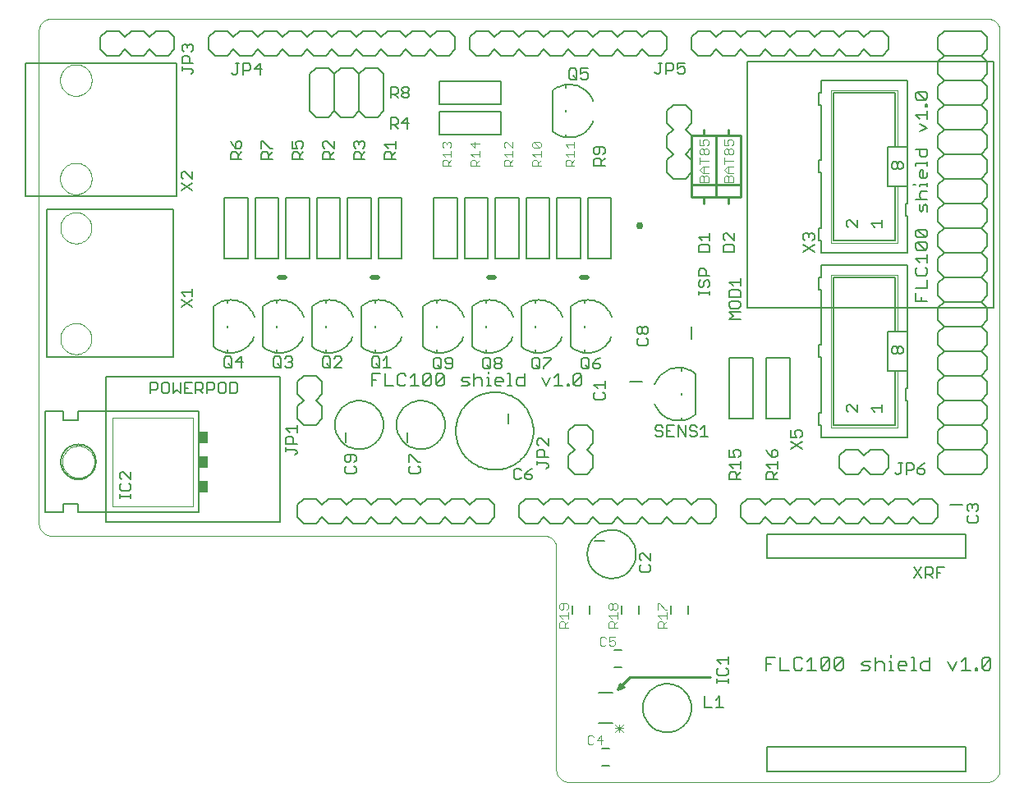
<source format=gto>
G75*
G70*
%OFA0B0*%
%FSLAX24Y24*%
%IPPOS*%
%LPD*%
%AMOC8*
5,1,8,0,0,1.08239X$1,22.5*
%
%ADD10C,0.0000*%
%ADD11C,0.0050*%
%ADD12C,0.0200*%
%ADD13C,0.0070*%
%ADD14C,0.0100*%
%ADD15C,0.0080*%
%ADD16C,0.0300*%
%ADD17C,0.0060*%
%ADD18C,0.0020*%
%ADD19R,0.0350X0.0500*%
%ADD20C,0.0040*%
%ADD21C,0.0030*%
D10*
X003392Y011175D02*
X023392Y011175D01*
X023436Y011173D01*
X023479Y011167D01*
X023521Y011158D01*
X023563Y011145D01*
X023603Y011128D01*
X023642Y011108D01*
X023679Y011085D01*
X023713Y011058D01*
X023746Y011029D01*
X023775Y010996D01*
X023802Y010962D01*
X023825Y010925D01*
X023845Y010886D01*
X023862Y010846D01*
X023875Y010804D01*
X023884Y010762D01*
X023890Y010719D01*
X023892Y010675D01*
X023892Y001675D01*
X023894Y001631D01*
X023900Y001588D01*
X023909Y001546D01*
X023922Y001504D01*
X023939Y001464D01*
X023959Y001425D01*
X023982Y001388D01*
X024009Y001354D01*
X024038Y001321D01*
X024071Y001292D01*
X024105Y001265D01*
X024142Y001242D01*
X024181Y001222D01*
X024221Y001205D01*
X024263Y001192D01*
X024305Y001183D01*
X024348Y001177D01*
X024392Y001175D01*
X041392Y001175D01*
X041436Y001177D01*
X041479Y001183D01*
X041521Y001192D01*
X041563Y001205D01*
X041603Y001222D01*
X041642Y001242D01*
X041679Y001265D01*
X041713Y001292D01*
X041746Y001321D01*
X041775Y001354D01*
X041802Y001388D01*
X041825Y001425D01*
X041845Y001464D01*
X041862Y001504D01*
X041875Y001546D01*
X041884Y001588D01*
X041890Y001631D01*
X041892Y001675D01*
X041892Y031675D01*
X041890Y031719D01*
X041884Y031762D01*
X041875Y031804D01*
X041862Y031846D01*
X041845Y031886D01*
X041825Y031925D01*
X041802Y031962D01*
X041775Y031996D01*
X041746Y032029D01*
X041713Y032058D01*
X041679Y032085D01*
X041642Y032108D01*
X041603Y032128D01*
X041563Y032145D01*
X041521Y032158D01*
X041479Y032167D01*
X041436Y032173D01*
X041392Y032175D01*
X003392Y032175D01*
X003348Y032173D01*
X003305Y032167D01*
X003263Y032158D01*
X003221Y032145D01*
X003181Y032128D01*
X003142Y032108D01*
X003105Y032085D01*
X003071Y032058D01*
X003038Y032029D01*
X003009Y031996D01*
X002982Y031962D01*
X002959Y031925D01*
X002939Y031886D01*
X002922Y031846D01*
X002909Y031804D01*
X002900Y031762D01*
X002894Y031719D01*
X002892Y031675D01*
X002892Y011675D01*
X002894Y011631D01*
X002900Y011588D01*
X002909Y011546D01*
X002922Y011504D01*
X002939Y011464D01*
X002959Y011425D01*
X002982Y011388D01*
X003009Y011354D01*
X003038Y011321D01*
X003071Y011292D01*
X003105Y011265D01*
X003142Y011242D01*
X003181Y011222D01*
X003221Y011205D01*
X003263Y011192D01*
X003305Y011183D01*
X003348Y011177D01*
X003392Y011175D01*
X003842Y014175D02*
X003844Y014225D01*
X003850Y014275D01*
X003860Y014325D01*
X003873Y014373D01*
X003890Y014421D01*
X003911Y014467D01*
X003935Y014511D01*
X003963Y014553D01*
X003994Y014593D01*
X004028Y014630D01*
X004065Y014665D01*
X004104Y014696D01*
X004145Y014725D01*
X004189Y014750D01*
X004235Y014772D01*
X004282Y014790D01*
X004330Y014804D01*
X004379Y014815D01*
X004429Y014822D01*
X004479Y014825D01*
X004530Y014824D01*
X004580Y014819D01*
X004630Y014810D01*
X004678Y014798D01*
X004726Y014781D01*
X004772Y014761D01*
X004817Y014738D01*
X004860Y014711D01*
X004900Y014681D01*
X004938Y014648D01*
X004973Y014612D01*
X005006Y014573D01*
X005035Y014532D01*
X005061Y014489D01*
X005084Y014444D01*
X005103Y014397D01*
X005118Y014349D01*
X005130Y014300D01*
X005138Y014250D01*
X005142Y014200D01*
X005142Y014150D01*
X005138Y014100D01*
X005130Y014050D01*
X005118Y014001D01*
X005103Y013953D01*
X005084Y013906D01*
X005061Y013861D01*
X005035Y013818D01*
X005006Y013777D01*
X004973Y013738D01*
X004938Y013702D01*
X004900Y013669D01*
X004860Y013639D01*
X004817Y013612D01*
X004772Y013589D01*
X004726Y013569D01*
X004678Y013552D01*
X004630Y013540D01*
X004580Y013531D01*
X004530Y013526D01*
X004479Y013525D01*
X004429Y013528D01*
X004379Y013535D01*
X004330Y013546D01*
X004282Y013560D01*
X004235Y013578D01*
X004189Y013600D01*
X004145Y013625D01*
X004104Y013654D01*
X004065Y013685D01*
X004028Y013720D01*
X003994Y013757D01*
X003963Y013797D01*
X003935Y013839D01*
X003911Y013883D01*
X003890Y013929D01*
X003873Y013977D01*
X003860Y014025D01*
X003850Y014075D01*
X003844Y014125D01*
X003842Y014175D01*
X003762Y019175D02*
X003764Y019225D01*
X003770Y019275D01*
X003780Y019324D01*
X003794Y019372D01*
X003811Y019419D01*
X003832Y019464D01*
X003857Y019508D01*
X003885Y019549D01*
X003917Y019588D01*
X003951Y019625D01*
X003988Y019659D01*
X004028Y019689D01*
X004070Y019716D01*
X004114Y019740D01*
X004160Y019761D01*
X004207Y019777D01*
X004255Y019790D01*
X004305Y019799D01*
X004354Y019804D01*
X004405Y019805D01*
X004455Y019802D01*
X004504Y019795D01*
X004553Y019784D01*
X004601Y019769D01*
X004647Y019751D01*
X004692Y019729D01*
X004735Y019703D01*
X004776Y019674D01*
X004815Y019642D01*
X004851Y019607D01*
X004883Y019569D01*
X004913Y019529D01*
X004940Y019486D01*
X004963Y019442D01*
X004982Y019396D01*
X004998Y019348D01*
X005010Y019299D01*
X005018Y019250D01*
X005022Y019200D01*
X005022Y019150D01*
X005018Y019100D01*
X005010Y019051D01*
X004998Y019002D01*
X004982Y018954D01*
X004963Y018908D01*
X004940Y018864D01*
X004913Y018821D01*
X004883Y018781D01*
X004851Y018743D01*
X004815Y018708D01*
X004776Y018676D01*
X004735Y018647D01*
X004692Y018621D01*
X004647Y018599D01*
X004601Y018581D01*
X004553Y018566D01*
X004504Y018555D01*
X004455Y018548D01*
X004405Y018545D01*
X004354Y018546D01*
X004305Y018551D01*
X004255Y018560D01*
X004207Y018573D01*
X004160Y018589D01*
X004114Y018610D01*
X004070Y018634D01*
X004028Y018661D01*
X003988Y018691D01*
X003951Y018725D01*
X003917Y018762D01*
X003885Y018801D01*
X003857Y018842D01*
X003832Y018886D01*
X003811Y018931D01*
X003794Y018978D01*
X003780Y019026D01*
X003770Y019075D01*
X003764Y019125D01*
X003762Y019175D01*
X003762Y023675D02*
X003764Y023725D01*
X003770Y023775D01*
X003780Y023824D01*
X003794Y023872D01*
X003811Y023919D01*
X003832Y023964D01*
X003857Y024008D01*
X003885Y024049D01*
X003917Y024088D01*
X003951Y024125D01*
X003988Y024159D01*
X004028Y024189D01*
X004070Y024216D01*
X004114Y024240D01*
X004160Y024261D01*
X004207Y024277D01*
X004255Y024290D01*
X004305Y024299D01*
X004354Y024304D01*
X004405Y024305D01*
X004455Y024302D01*
X004504Y024295D01*
X004553Y024284D01*
X004601Y024269D01*
X004647Y024251D01*
X004692Y024229D01*
X004735Y024203D01*
X004776Y024174D01*
X004815Y024142D01*
X004851Y024107D01*
X004883Y024069D01*
X004913Y024029D01*
X004940Y023986D01*
X004963Y023942D01*
X004982Y023896D01*
X004998Y023848D01*
X005010Y023799D01*
X005018Y023750D01*
X005022Y023700D01*
X005022Y023650D01*
X005018Y023600D01*
X005010Y023551D01*
X004998Y023502D01*
X004982Y023454D01*
X004963Y023408D01*
X004940Y023364D01*
X004913Y023321D01*
X004883Y023281D01*
X004851Y023243D01*
X004815Y023208D01*
X004776Y023176D01*
X004735Y023147D01*
X004692Y023121D01*
X004647Y023099D01*
X004601Y023081D01*
X004553Y023066D01*
X004504Y023055D01*
X004455Y023048D01*
X004405Y023045D01*
X004354Y023046D01*
X004305Y023051D01*
X004255Y023060D01*
X004207Y023073D01*
X004160Y023089D01*
X004114Y023110D01*
X004070Y023134D01*
X004028Y023161D01*
X003988Y023191D01*
X003951Y023225D01*
X003917Y023262D01*
X003885Y023301D01*
X003857Y023342D01*
X003832Y023386D01*
X003811Y023431D01*
X003794Y023478D01*
X003780Y023526D01*
X003770Y023575D01*
X003764Y023625D01*
X003762Y023675D01*
X003752Y025675D02*
X003754Y025725D01*
X003760Y025775D01*
X003770Y025824D01*
X003783Y025873D01*
X003801Y025920D01*
X003822Y025966D01*
X003846Y026009D01*
X003874Y026051D01*
X003905Y026091D01*
X003939Y026128D01*
X003976Y026162D01*
X004016Y026193D01*
X004058Y026221D01*
X004101Y026245D01*
X004147Y026266D01*
X004194Y026284D01*
X004243Y026297D01*
X004292Y026307D01*
X004342Y026313D01*
X004392Y026315D01*
X004442Y026313D01*
X004492Y026307D01*
X004541Y026297D01*
X004590Y026284D01*
X004637Y026266D01*
X004683Y026245D01*
X004726Y026221D01*
X004768Y026193D01*
X004808Y026162D01*
X004845Y026128D01*
X004879Y026091D01*
X004910Y026051D01*
X004938Y026009D01*
X004962Y025966D01*
X004983Y025920D01*
X005001Y025873D01*
X005014Y025824D01*
X005024Y025775D01*
X005030Y025725D01*
X005032Y025675D01*
X005030Y025625D01*
X005024Y025575D01*
X005014Y025526D01*
X005001Y025477D01*
X004983Y025430D01*
X004962Y025384D01*
X004938Y025341D01*
X004910Y025299D01*
X004879Y025259D01*
X004845Y025222D01*
X004808Y025188D01*
X004768Y025157D01*
X004726Y025129D01*
X004683Y025105D01*
X004637Y025084D01*
X004590Y025066D01*
X004541Y025053D01*
X004492Y025043D01*
X004442Y025037D01*
X004392Y025035D01*
X004342Y025037D01*
X004292Y025043D01*
X004243Y025053D01*
X004194Y025066D01*
X004147Y025084D01*
X004101Y025105D01*
X004058Y025129D01*
X004016Y025157D01*
X003976Y025188D01*
X003939Y025222D01*
X003905Y025259D01*
X003874Y025299D01*
X003846Y025341D01*
X003822Y025384D01*
X003801Y025430D01*
X003783Y025477D01*
X003770Y025526D01*
X003760Y025575D01*
X003754Y025625D01*
X003752Y025675D01*
X003752Y029675D02*
X003754Y029725D01*
X003760Y029775D01*
X003770Y029824D01*
X003783Y029873D01*
X003801Y029920D01*
X003822Y029966D01*
X003846Y030009D01*
X003874Y030051D01*
X003905Y030091D01*
X003939Y030128D01*
X003976Y030162D01*
X004016Y030193D01*
X004058Y030221D01*
X004101Y030245D01*
X004147Y030266D01*
X004194Y030284D01*
X004243Y030297D01*
X004292Y030307D01*
X004342Y030313D01*
X004392Y030315D01*
X004442Y030313D01*
X004492Y030307D01*
X004541Y030297D01*
X004590Y030284D01*
X004637Y030266D01*
X004683Y030245D01*
X004726Y030221D01*
X004768Y030193D01*
X004808Y030162D01*
X004845Y030128D01*
X004879Y030091D01*
X004910Y030051D01*
X004938Y030009D01*
X004962Y029966D01*
X004983Y029920D01*
X005001Y029873D01*
X005014Y029824D01*
X005024Y029775D01*
X005030Y029725D01*
X005032Y029675D01*
X005030Y029625D01*
X005024Y029575D01*
X005014Y029526D01*
X005001Y029477D01*
X004983Y029430D01*
X004962Y029384D01*
X004938Y029341D01*
X004910Y029299D01*
X004879Y029259D01*
X004845Y029222D01*
X004808Y029188D01*
X004768Y029157D01*
X004726Y029129D01*
X004683Y029105D01*
X004637Y029084D01*
X004590Y029066D01*
X004541Y029053D01*
X004492Y029043D01*
X004442Y029037D01*
X004392Y029035D01*
X004342Y029037D01*
X004292Y029043D01*
X004243Y029053D01*
X004194Y029066D01*
X004147Y029084D01*
X004101Y029105D01*
X004058Y029129D01*
X004016Y029157D01*
X003976Y029188D01*
X003939Y029222D01*
X003905Y029259D01*
X003874Y029299D01*
X003846Y029341D01*
X003822Y029384D01*
X003801Y029430D01*
X003783Y029477D01*
X003770Y029526D01*
X003760Y029575D01*
X003754Y029625D01*
X003752Y029675D01*
D11*
X008697Y030070D02*
X008697Y030220D01*
X008697Y030145D02*
X009072Y030145D01*
X009147Y030070D01*
X009147Y029995D01*
X009072Y029920D01*
X009147Y030380D02*
X008697Y030380D01*
X008697Y030606D01*
X008772Y030681D01*
X008922Y030681D01*
X008997Y030606D01*
X008997Y030380D01*
X009072Y030841D02*
X009147Y030916D01*
X009147Y031066D01*
X009072Y031141D01*
X008997Y031141D01*
X008922Y031066D01*
X008922Y030991D01*
X008922Y031066D02*
X008847Y031141D01*
X008772Y031141D01*
X008697Y031066D01*
X008697Y030916D01*
X008772Y030841D01*
X010717Y029975D02*
X010792Y029900D01*
X010867Y029900D01*
X010942Y029975D01*
X010942Y030350D01*
X010867Y030350D02*
X011017Y030350D01*
X011177Y030350D02*
X011403Y030350D01*
X011478Y030275D01*
X011478Y030125D01*
X011403Y030050D01*
X011177Y030050D01*
X011177Y029900D02*
X011177Y030350D01*
X011638Y030125D02*
X011938Y030125D01*
X011863Y029900D02*
X011863Y030350D01*
X011638Y030125D01*
X011917Y027211D02*
X011992Y027211D01*
X012292Y026910D01*
X012367Y026910D01*
X012367Y026750D02*
X012217Y026600D01*
X012217Y026675D02*
X012217Y026450D01*
X012367Y026450D02*
X011917Y026450D01*
X011917Y026675D01*
X011992Y026750D01*
X012142Y026750D01*
X012217Y026675D01*
X011917Y026910D02*
X011917Y027211D01*
X011117Y027136D02*
X011117Y026985D01*
X011042Y026910D01*
X010892Y026910D01*
X010892Y027136D01*
X010967Y027211D01*
X011042Y027211D01*
X011117Y027136D01*
X010892Y026910D02*
X010742Y027061D01*
X010667Y027211D01*
X010742Y026750D02*
X010892Y026750D01*
X010967Y026675D01*
X010967Y026450D01*
X011117Y026450D02*
X010667Y026450D01*
X010667Y026675D01*
X010742Y026750D01*
X010967Y026600D02*
X011117Y026750D01*
X009117Y025961D02*
X009117Y025660D01*
X008817Y025961D01*
X008742Y025961D01*
X008667Y025886D01*
X008667Y025735D01*
X008742Y025660D01*
X008667Y025500D02*
X009117Y025200D01*
X009117Y025500D02*
X008667Y025200D01*
X013167Y026450D02*
X013167Y026675D01*
X013242Y026750D01*
X013392Y026750D01*
X013467Y026675D01*
X013467Y026450D01*
X013617Y026450D02*
X013167Y026450D01*
X013467Y026600D02*
X013617Y026750D01*
X013542Y026910D02*
X013617Y026985D01*
X013617Y027136D01*
X013542Y027211D01*
X013392Y027211D01*
X013317Y027136D01*
X013317Y027061D01*
X013392Y026910D01*
X013167Y026910D01*
X013167Y027211D01*
X014417Y027136D02*
X014417Y026985D01*
X014492Y026910D01*
X014492Y026750D02*
X014642Y026750D01*
X014717Y026675D01*
X014717Y026450D01*
X014867Y026450D02*
X014417Y026450D01*
X014417Y026675D01*
X014492Y026750D01*
X014717Y026600D02*
X014867Y026750D01*
X014867Y026910D02*
X014567Y027211D01*
X014492Y027211D01*
X014417Y027136D01*
X014867Y027211D02*
X014867Y026910D01*
X015667Y026985D02*
X015667Y027136D01*
X015742Y027211D01*
X015817Y027211D01*
X015892Y027136D01*
X015967Y027211D01*
X016042Y027211D01*
X016117Y027136D01*
X016117Y026985D01*
X016042Y026910D01*
X016117Y026750D02*
X015967Y026600D01*
X015967Y026675D02*
X015967Y026450D01*
X016117Y026450D02*
X015667Y026450D01*
X015667Y026675D01*
X015742Y026750D01*
X015892Y026750D01*
X015967Y026675D01*
X015742Y026910D02*
X015667Y026985D01*
X015892Y027061D02*
X015892Y027136D01*
X016917Y027061D02*
X017067Y026910D01*
X017142Y026750D02*
X017217Y026675D01*
X017217Y026450D01*
X017367Y026450D02*
X016917Y026450D01*
X016917Y026675D01*
X016992Y026750D01*
X017142Y026750D01*
X017217Y026600D02*
X017367Y026750D01*
X017367Y026910D02*
X017367Y027211D01*
X017367Y027061D02*
X016917Y027061D01*
X017167Y027700D02*
X017167Y028150D01*
X017392Y028150D01*
X017467Y028075D01*
X017467Y027925D01*
X017392Y027850D01*
X017167Y027850D01*
X017317Y027850D02*
X017467Y027700D01*
X017627Y027925D02*
X017928Y027925D01*
X017853Y027700D02*
X017853Y028150D01*
X017627Y027925D01*
X017702Y028950D02*
X017627Y029025D01*
X017627Y029100D01*
X017702Y029175D01*
X017853Y029175D01*
X017928Y029100D01*
X017928Y029025D01*
X017853Y028950D01*
X017702Y028950D01*
X017702Y029175D02*
X017627Y029250D01*
X017627Y029325D01*
X017702Y029400D01*
X017853Y029400D01*
X017928Y029325D01*
X017928Y029250D01*
X017853Y029175D01*
X017467Y029175D02*
X017392Y029100D01*
X017167Y029100D01*
X017167Y028950D02*
X017167Y029400D01*
X017392Y029400D01*
X017467Y029325D01*
X017467Y029175D01*
X017317Y029100D02*
X017467Y028950D01*
X024417Y029775D02*
X024492Y029700D01*
X024642Y029700D01*
X024717Y029775D01*
X024717Y030075D01*
X024642Y030150D01*
X024492Y030150D01*
X024417Y030075D01*
X024417Y029775D01*
X024567Y029850D02*
X024717Y029700D01*
X024877Y029775D02*
X024952Y029700D01*
X025103Y029700D01*
X025178Y029775D01*
X025178Y029925D01*
X025103Y030000D01*
X025027Y030000D01*
X024877Y029925D01*
X024877Y030150D01*
X025178Y030150D01*
X027887Y029995D02*
X027962Y029920D01*
X028037Y029920D01*
X028112Y029995D01*
X028112Y030370D01*
X028037Y030370D02*
X028187Y030370D01*
X028347Y030370D02*
X028573Y030370D01*
X028648Y030295D01*
X028648Y030145D01*
X028573Y030070D01*
X028347Y030070D01*
X028347Y029920D02*
X028347Y030370D01*
X028808Y030370D02*
X028808Y030145D01*
X028958Y030220D01*
X029033Y030220D01*
X029108Y030145D01*
X029108Y029995D01*
X029033Y029920D01*
X028883Y029920D01*
X028808Y029995D01*
X028808Y030370D02*
X029108Y030370D01*
X031642Y030425D02*
X031642Y020425D01*
X041642Y020425D01*
X041642Y030425D01*
X031642Y030425D01*
X037517Y026275D02*
X037592Y026350D01*
X037667Y026350D01*
X037742Y026275D01*
X037742Y026125D01*
X037667Y026050D01*
X037592Y026050D01*
X037517Y026125D01*
X037517Y026275D01*
X037742Y026275D02*
X037817Y026350D01*
X037892Y026350D01*
X037967Y026275D01*
X037967Y026125D01*
X037892Y026050D01*
X037817Y026050D01*
X037742Y026125D01*
X037117Y024000D02*
X037117Y023700D01*
X037117Y023850D02*
X036667Y023850D01*
X036817Y023700D01*
X036117Y023700D02*
X035817Y024000D01*
X035742Y024000D01*
X035667Y023925D01*
X035667Y023775D01*
X035742Y023700D01*
X036117Y023700D02*
X036117Y024000D01*
X034367Y023386D02*
X034367Y023235D01*
X034292Y023160D01*
X034367Y023000D02*
X033917Y022700D01*
X033917Y023000D02*
X034367Y022700D01*
X033992Y023160D02*
X033917Y023235D01*
X033917Y023386D01*
X033992Y023461D01*
X034067Y023461D01*
X034142Y023386D01*
X034217Y023461D01*
X034292Y023461D01*
X034367Y023386D01*
X034142Y023386D02*
X034142Y023311D01*
X031117Y023461D02*
X031117Y023160D01*
X030817Y023461D01*
X030742Y023461D01*
X030667Y023386D01*
X030667Y023235D01*
X030742Y023160D01*
X030742Y023000D02*
X030667Y022925D01*
X030667Y022700D01*
X031117Y022700D01*
X031117Y022925D01*
X031042Y023000D01*
X030742Y023000D01*
X030117Y022925D02*
X030042Y023000D01*
X029742Y023000D01*
X029667Y022925D01*
X029667Y022700D01*
X030117Y022700D01*
X030117Y022925D01*
X030117Y023160D02*
X030117Y023461D01*
X030117Y023311D02*
X029667Y023311D01*
X029817Y023160D01*
X029742Y022018D02*
X029892Y022018D01*
X029967Y021943D01*
X029967Y021717D01*
X030117Y021717D02*
X029667Y021717D01*
X029667Y021943D01*
X029742Y022018D01*
X029742Y021557D02*
X029667Y021482D01*
X029667Y021332D01*
X029742Y021257D01*
X029817Y021257D01*
X029892Y021332D01*
X029892Y021482D01*
X029967Y021557D01*
X030042Y021557D01*
X030117Y021482D01*
X030117Y021332D01*
X030042Y021257D01*
X030117Y021100D02*
X030117Y020950D01*
X030117Y021025D02*
X029667Y021025D01*
X029667Y020950D02*
X029667Y021100D01*
X030917Y021096D02*
X030917Y020871D01*
X031367Y020871D01*
X031367Y021096D01*
X031292Y021171D01*
X030992Y021171D01*
X030917Y021096D01*
X031067Y021331D02*
X030917Y021481D01*
X031367Y021481D01*
X031367Y021331D02*
X031367Y021631D01*
X031292Y020711D02*
X030992Y020711D01*
X030917Y020636D01*
X030917Y020485D01*
X030992Y020410D01*
X031292Y020410D01*
X031367Y020485D01*
X031367Y020636D01*
X031292Y020711D01*
X031367Y020250D02*
X030917Y020250D01*
X031067Y020100D01*
X030917Y019950D01*
X031367Y019950D01*
X027617Y019586D02*
X027617Y019435D01*
X027542Y019360D01*
X027467Y019360D01*
X027392Y019435D01*
X027392Y019586D01*
X027467Y019661D01*
X027542Y019661D01*
X027617Y019586D01*
X027392Y019586D02*
X027317Y019661D01*
X027242Y019661D01*
X027167Y019586D01*
X027167Y019435D01*
X027242Y019360D01*
X027317Y019360D01*
X027392Y019435D01*
X027542Y019200D02*
X027617Y019125D01*
X027617Y018975D01*
X027542Y018900D01*
X027242Y018900D01*
X027167Y018975D01*
X027167Y019125D01*
X027242Y019200D01*
X025678Y018400D02*
X025527Y018325D01*
X025377Y018175D01*
X025603Y018175D01*
X025678Y018100D01*
X025678Y018025D01*
X025603Y017950D01*
X025452Y017950D01*
X025377Y018025D01*
X025377Y018175D01*
X025217Y018025D02*
X025142Y017950D01*
X024992Y017950D01*
X024917Y018025D01*
X024917Y018325D01*
X024992Y018400D01*
X025142Y018400D01*
X025217Y018325D01*
X025217Y018025D01*
X025217Y017950D02*
X025067Y018100D01*
X025867Y017461D02*
X025867Y017160D01*
X025867Y017311D02*
X025417Y017311D01*
X025567Y017160D01*
X025492Y017000D02*
X025417Y016925D01*
X025417Y016775D01*
X025492Y016700D01*
X025792Y016700D01*
X025867Y016775D01*
X025867Y016925D01*
X025792Y017000D01*
X023678Y018325D02*
X023678Y018400D01*
X023377Y018400D01*
X023217Y018325D02*
X023217Y018025D01*
X023142Y017950D01*
X022992Y017950D01*
X022917Y018025D01*
X022917Y018325D01*
X022992Y018400D01*
X023142Y018400D01*
X023217Y018325D01*
X023067Y018100D02*
X023217Y017950D01*
X023377Y017950D02*
X023377Y018025D01*
X023678Y018325D01*
X021678Y018325D02*
X021678Y018250D01*
X021603Y018175D01*
X021452Y018175D01*
X021377Y018250D01*
X021377Y018325D01*
X021452Y018400D01*
X021603Y018400D01*
X021678Y018325D01*
X021603Y018175D02*
X021678Y018100D01*
X021678Y018025D01*
X021603Y017950D01*
X021452Y017950D01*
X021377Y018025D01*
X021377Y018100D01*
X021452Y018175D01*
X021217Y018025D02*
X021142Y017950D01*
X020992Y017950D01*
X020917Y018025D01*
X020917Y018325D01*
X020992Y018400D01*
X021142Y018400D01*
X021217Y018325D01*
X021217Y018025D01*
X021217Y017950D02*
X021067Y018100D01*
X019678Y018025D02*
X019603Y017950D01*
X019452Y017950D01*
X019377Y018025D01*
X019217Y018025D02*
X019142Y017950D01*
X018992Y017950D01*
X018917Y018025D01*
X018917Y018325D01*
X018992Y018400D01*
X019142Y018400D01*
X019217Y018325D01*
X019217Y018025D01*
X019217Y017950D02*
X019067Y018100D01*
X019377Y018250D02*
X019452Y018175D01*
X019678Y018175D01*
X019678Y018025D02*
X019678Y018325D01*
X019603Y018400D01*
X019452Y018400D01*
X019377Y018325D01*
X019377Y018250D01*
X017178Y018000D02*
X016877Y018000D01*
X017027Y018000D02*
X017027Y018450D01*
X016877Y018300D01*
X016717Y018375D02*
X016717Y018075D01*
X016642Y018000D01*
X016492Y018000D01*
X016417Y018075D01*
X016417Y018375D01*
X016492Y018450D01*
X016642Y018450D01*
X016717Y018375D01*
X016567Y018150D02*
X016717Y018000D01*
X015178Y018000D02*
X014877Y018000D01*
X015178Y018300D01*
X015178Y018375D01*
X015103Y018450D01*
X014952Y018450D01*
X014877Y018375D01*
X014717Y018375D02*
X014717Y018075D01*
X014642Y018000D01*
X014492Y018000D01*
X014417Y018075D01*
X014417Y018375D01*
X014492Y018450D01*
X014642Y018450D01*
X014717Y018375D01*
X014567Y018150D02*
X014717Y018000D01*
X013178Y018075D02*
X013103Y018000D01*
X012952Y018000D01*
X012877Y018075D01*
X012717Y018075D02*
X012642Y018000D01*
X012492Y018000D01*
X012417Y018075D01*
X012417Y018375D01*
X012492Y018450D01*
X012642Y018450D01*
X012717Y018375D01*
X012717Y018075D01*
X012717Y018000D02*
X012567Y018150D01*
X012877Y018375D02*
X012952Y018450D01*
X013103Y018450D01*
X013178Y018375D01*
X013178Y018300D01*
X013103Y018225D01*
X013178Y018150D01*
X013178Y018075D01*
X013103Y018225D02*
X013027Y018225D01*
X012685Y017628D02*
X005599Y017628D01*
X005599Y011722D01*
X012685Y011722D01*
X012685Y017628D01*
X011178Y018225D02*
X010877Y018225D01*
X011103Y018450D01*
X011103Y018000D01*
X010717Y018000D02*
X010567Y018150D01*
X010492Y018000D02*
X010417Y018075D01*
X010417Y018375D01*
X010492Y018450D01*
X010642Y018450D01*
X010717Y018375D01*
X010717Y018075D01*
X010642Y018000D01*
X010492Y018000D01*
X010405Y017400D02*
X010254Y017400D01*
X010179Y017325D01*
X010179Y017025D01*
X010254Y016950D01*
X010405Y016950D01*
X010480Y017025D01*
X010480Y017325D01*
X010405Y017400D01*
X010640Y017400D02*
X010865Y017400D01*
X010940Y017325D01*
X010940Y017025D01*
X010865Y016950D01*
X010640Y016950D01*
X010640Y017400D01*
X010019Y017325D02*
X010019Y017175D01*
X009944Y017100D01*
X009719Y017100D01*
X009719Y016950D02*
X009719Y017400D01*
X009944Y017400D01*
X010019Y017325D01*
X009559Y017325D02*
X009559Y017175D01*
X009484Y017100D01*
X009259Y017100D01*
X009409Y017100D02*
X009559Y016950D01*
X009259Y016950D02*
X009259Y017400D01*
X009484Y017400D01*
X009559Y017325D01*
X009098Y017400D02*
X008798Y017400D01*
X008798Y016950D01*
X009098Y016950D01*
X008948Y017175D02*
X008798Y017175D01*
X008638Y016950D02*
X008638Y017400D01*
X008338Y017400D02*
X008338Y016950D01*
X008488Y017100D01*
X008638Y016950D01*
X008178Y017025D02*
X008103Y016950D01*
X007952Y016950D01*
X007877Y017025D01*
X007877Y017325D01*
X007952Y017400D01*
X008103Y017400D01*
X008178Y017325D01*
X008178Y017025D01*
X007717Y017175D02*
X007642Y017100D01*
X007417Y017100D01*
X007417Y016950D02*
X007417Y017400D01*
X007642Y017400D01*
X007717Y017325D01*
X007717Y017175D01*
X008667Y020450D02*
X009117Y020750D01*
X009117Y020910D02*
X009117Y021211D01*
X009117Y021061D02*
X008667Y021061D01*
X008817Y020910D01*
X008667Y020750D02*
X009117Y020450D01*
X012917Y015521D02*
X013367Y015521D01*
X013367Y015371D02*
X013367Y015671D01*
X013067Y015371D02*
X012917Y015521D01*
X012992Y015211D02*
X012917Y015136D01*
X012917Y014910D01*
X013367Y014910D01*
X013217Y014910D02*
X013217Y015136D01*
X013142Y015211D01*
X012992Y015211D01*
X012917Y014750D02*
X012917Y014600D01*
X012917Y014675D02*
X013292Y014675D01*
X013367Y014600D01*
X013367Y014525D01*
X013292Y014450D01*
X015317Y014386D02*
X015317Y014235D01*
X015392Y014160D01*
X015467Y014160D01*
X015542Y014235D01*
X015542Y014461D01*
X015692Y014461D02*
X015392Y014461D01*
X015317Y014386D01*
X015692Y014461D02*
X015767Y014386D01*
X015767Y014235D01*
X015692Y014160D01*
X015692Y014000D02*
X015767Y013925D01*
X015767Y013775D01*
X015692Y013700D01*
X015392Y013700D01*
X015317Y013775D01*
X015317Y013925D01*
X015392Y014000D01*
X017917Y013925D02*
X017917Y013775D01*
X017992Y013700D01*
X018292Y013700D01*
X018367Y013775D01*
X018367Y013925D01*
X018292Y014000D01*
X018292Y014160D02*
X018367Y014160D01*
X018292Y014160D02*
X017992Y014461D01*
X017917Y014461D01*
X017917Y014160D01*
X017992Y014000D02*
X017917Y013925D01*
X022167Y013825D02*
X022167Y013525D01*
X022242Y013450D01*
X022392Y013450D01*
X022467Y013525D01*
X022627Y013525D02*
X022702Y013450D01*
X022853Y013450D01*
X022928Y013525D01*
X022928Y013600D01*
X022853Y013675D01*
X022627Y013675D01*
X022627Y013525D01*
X022627Y013675D02*
X022777Y013825D01*
X022928Y013900D01*
X023117Y014050D02*
X023117Y014200D01*
X023117Y014125D02*
X023492Y014125D01*
X023567Y014050D01*
X023567Y013975D01*
X023492Y013900D01*
X023567Y014360D02*
X023117Y014360D01*
X023117Y014586D01*
X023192Y014661D01*
X023342Y014661D01*
X023417Y014586D01*
X023417Y014360D01*
X023567Y014821D02*
X023267Y015121D01*
X023192Y015121D01*
X023117Y015046D01*
X023117Y014896D01*
X023192Y014821D01*
X023567Y014821D02*
X023567Y015121D01*
X022392Y013900D02*
X022242Y013900D01*
X022167Y013825D01*
X022392Y013900D02*
X022467Y013825D01*
X027267Y010386D02*
X027267Y010235D01*
X027342Y010160D01*
X027342Y010000D02*
X027267Y009925D01*
X027267Y009775D01*
X027342Y009700D01*
X027642Y009700D01*
X027717Y009775D01*
X027717Y009925D01*
X027642Y010000D01*
X027717Y010160D02*
X027417Y010461D01*
X027342Y010461D01*
X027267Y010386D01*
X027717Y010461D02*
X027717Y010160D01*
X030917Y013450D02*
X030917Y013675D01*
X030992Y013750D01*
X031142Y013750D01*
X031217Y013675D01*
X031217Y013450D01*
X031367Y013450D02*
X030917Y013450D01*
X031217Y013600D02*
X031367Y013750D01*
X031367Y013910D02*
X031367Y014211D01*
X031367Y014061D02*
X030917Y014061D01*
X031067Y013910D01*
X031142Y014371D02*
X030917Y014371D01*
X030917Y014671D01*
X031067Y014596D02*
X031142Y014671D01*
X031292Y014671D01*
X031367Y014596D01*
X031367Y014446D01*
X031292Y014371D01*
X031142Y014371D02*
X031067Y014521D01*
X031067Y014596D01*
X030059Y015200D02*
X029759Y015200D01*
X029909Y015200D02*
X029909Y015650D01*
X029759Y015500D01*
X029598Y015575D02*
X029523Y015650D01*
X029373Y015650D01*
X029298Y015575D01*
X029298Y015500D01*
X029373Y015425D01*
X029523Y015425D01*
X029598Y015350D01*
X029598Y015275D01*
X029523Y015200D01*
X029373Y015200D01*
X029298Y015275D01*
X029138Y015200D02*
X029138Y015650D01*
X028838Y015650D02*
X028838Y015200D01*
X028678Y015200D02*
X028377Y015200D01*
X028377Y015650D01*
X028678Y015650D01*
X028838Y015650D02*
X029138Y015200D01*
X028527Y015425D02*
X028377Y015425D01*
X028217Y015350D02*
X028217Y015275D01*
X028142Y015200D01*
X027992Y015200D01*
X027917Y015275D01*
X027992Y015425D02*
X028142Y015425D01*
X028217Y015350D01*
X028217Y015575D02*
X028142Y015650D01*
X027992Y015650D01*
X027917Y015575D01*
X027917Y015500D01*
X027992Y015425D01*
X032417Y014671D02*
X032492Y014521D01*
X032642Y014371D01*
X032642Y014596D01*
X032717Y014671D01*
X032792Y014671D01*
X032867Y014596D01*
X032867Y014446D01*
X032792Y014371D01*
X032642Y014371D01*
X032867Y014211D02*
X032867Y013910D01*
X032867Y014061D02*
X032417Y014061D01*
X032567Y013910D01*
X032642Y013750D02*
X032717Y013675D01*
X032717Y013450D01*
X032867Y013450D02*
X032417Y013450D01*
X032417Y013675D01*
X032492Y013750D01*
X032642Y013750D01*
X032717Y013600D02*
X032867Y013750D01*
X033417Y014700D02*
X033867Y015000D01*
X033792Y015160D02*
X033867Y015235D01*
X033867Y015386D01*
X033792Y015461D01*
X033642Y015461D01*
X033567Y015386D01*
X033567Y015311D01*
X033642Y015160D01*
X033417Y015160D01*
X033417Y015461D01*
X033417Y015000D02*
X033867Y014700D01*
X035667Y016275D02*
X035742Y016200D01*
X035667Y016275D02*
X035667Y016425D01*
X035742Y016500D01*
X035817Y016500D01*
X036117Y016200D01*
X036117Y016500D01*
X036667Y016350D02*
X037117Y016350D01*
X037117Y016200D02*
X037117Y016500D01*
X036817Y016200D02*
X036667Y016350D01*
X037592Y018550D02*
X037517Y018625D01*
X037517Y018775D01*
X037592Y018850D01*
X037667Y018850D01*
X037742Y018775D01*
X037742Y018625D01*
X037667Y018550D01*
X037592Y018550D01*
X037742Y018625D02*
X037817Y018550D01*
X037892Y018550D01*
X037967Y018625D01*
X037967Y018775D01*
X037892Y018850D01*
X037817Y018850D01*
X037742Y018775D01*
X037787Y014120D02*
X037937Y014120D01*
X037862Y014120D02*
X037862Y013745D01*
X037787Y013670D01*
X037712Y013670D01*
X037637Y013745D01*
X038097Y013670D02*
X038097Y014120D01*
X038323Y014120D01*
X038398Y014045D01*
X038398Y013895D01*
X038323Y013820D01*
X038097Y013820D01*
X038558Y013745D02*
X038633Y013670D01*
X038783Y013670D01*
X038858Y013745D01*
X038858Y013820D01*
X038783Y013895D01*
X038558Y013895D01*
X038558Y013745D01*
X038558Y013895D02*
X038708Y014045D01*
X038858Y014120D01*
X040567Y012386D02*
X040642Y012461D01*
X040717Y012461D01*
X040792Y012386D01*
X040867Y012461D01*
X040942Y012461D01*
X041017Y012386D01*
X041017Y012235D01*
X040942Y012160D01*
X040942Y012000D02*
X041017Y011925D01*
X041017Y011775D01*
X040942Y011700D01*
X040642Y011700D01*
X040567Y011775D01*
X040567Y011925D01*
X040642Y012000D01*
X040642Y012160D02*
X040567Y012235D01*
X040567Y012386D01*
X040792Y012386D02*
X040792Y012311D01*
X039638Y009900D02*
X039338Y009900D01*
X039338Y009450D01*
X039178Y009450D02*
X039027Y009600D01*
X039103Y009600D02*
X038877Y009600D01*
X038877Y009450D02*
X038877Y009900D01*
X039103Y009900D01*
X039178Y009825D01*
X039178Y009675D01*
X039103Y009600D01*
X039338Y009675D02*
X039488Y009675D01*
X038717Y009450D02*
X038417Y009900D01*
X038717Y009900D02*
X038417Y009450D01*
X030867Y006268D02*
X030867Y005967D01*
X030867Y006117D02*
X030417Y006117D01*
X030567Y005967D01*
X030492Y005807D02*
X030417Y005732D01*
X030417Y005582D01*
X030492Y005507D01*
X030792Y005507D01*
X030867Y005582D01*
X030867Y005732D01*
X030792Y005807D01*
X030867Y005350D02*
X030867Y005200D01*
X030867Y005275D02*
X030417Y005275D01*
X030417Y005200D02*
X030417Y005350D01*
X030527Y004650D02*
X030527Y004200D01*
X030377Y004200D02*
X030678Y004200D01*
X030377Y004500D02*
X030527Y004650D01*
X030217Y004200D02*
X029917Y004200D01*
X029917Y004650D01*
X027408Y004175D02*
X027410Y004237D01*
X027416Y004300D01*
X027426Y004361D01*
X027440Y004422D01*
X027457Y004482D01*
X027478Y004541D01*
X027504Y004598D01*
X027532Y004653D01*
X027564Y004707D01*
X027600Y004758D01*
X027638Y004808D01*
X027680Y004854D01*
X027724Y004898D01*
X027772Y004939D01*
X027821Y004977D01*
X027873Y005011D01*
X027927Y005042D01*
X027983Y005070D01*
X028041Y005094D01*
X028100Y005115D01*
X028160Y005131D01*
X028221Y005144D01*
X028283Y005153D01*
X028345Y005158D01*
X028408Y005159D01*
X028470Y005156D01*
X028532Y005149D01*
X028594Y005138D01*
X028654Y005123D01*
X028714Y005105D01*
X028772Y005083D01*
X028829Y005057D01*
X028884Y005027D01*
X028937Y004994D01*
X028988Y004958D01*
X029036Y004919D01*
X029082Y004876D01*
X029125Y004831D01*
X029165Y004783D01*
X029202Y004733D01*
X029236Y004680D01*
X029267Y004626D01*
X029293Y004570D01*
X029317Y004512D01*
X029336Y004452D01*
X029352Y004392D01*
X029364Y004330D01*
X029372Y004269D01*
X029376Y004206D01*
X029376Y004144D01*
X029372Y004081D01*
X029364Y004020D01*
X029352Y003958D01*
X029336Y003898D01*
X029317Y003838D01*
X029293Y003780D01*
X029267Y003724D01*
X029236Y003670D01*
X029202Y003617D01*
X029165Y003567D01*
X029125Y003519D01*
X029082Y003474D01*
X029036Y003431D01*
X028988Y003392D01*
X028937Y003356D01*
X028884Y003323D01*
X028829Y003293D01*
X028772Y003267D01*
X028714Y003245D01*
X028654Y003227D01*
X028594Y003212D01*
X028532Y003201D01*
X028470Y003194D01*
X028408Y003191D01*
X028345Y003192D01*
X028283Y003197D01*
X028221Y003206D01*
X028160Y003219D01*
X028100Y003235D01*
X028041Y003256D01*
X027983Y003280D01*
X027927Y003308D01*
X027873Y003339D01*
X027821Y003373D01*
X027772Y003411D01*
X027724Y003452D01*
X027680Y003496D01*
X027638Y003542D01*
X027600Y003592D01*
X027564Y003643D01*
X027532Y003697D01*
X027504Y003752D01*
X027478Y003809D01*
X027457Y003868D01*
X027440Y003928D01*
X027426Y003989D01*
X027416Y004050D01*
X027410Y004113D01*
X027408Y004175D01*
X006617Y012700D02*
X006617Y012850D01*
X006617Y012775D02*
X006167Y012775D01*
X006167Y012700D02*
X006167Y012850D01*
X006242Y013007D02*
X006542Y013007D01*
X006617Y013082D01*
X006617Y013232D01*
X006542Y013307D01*
X006617Y013467D02*
X006317Y013768D01*
X006242Y013768D01*
X006167Y013693D01*
X006167Y013542D01*
X006242Y013467D01*
X006242Y013307D02*
X006167Y013232D01*
X006167Y013082D01*
X006242Y013007D01*
X006617Y013467D02*
X006617Y013768D01*
X025417Y026200D02*
X025417Y026425D01*
X025492Y026500D01*
X025642Y026500D01*
X025717Y026425D01*
X025717Y026200D01*
X025867Y026200D02*
X025417Y026200D01*
X025717Y026350D02*
X025867Y026500D01*
X025792Y026660D02*
X025867Y026735D01*
X025867Y026886D01*
X025792Y026961D01*
X025492Y026961D01*
X025417Y026886D01*
X025417Y026735D01*
X025492Y026660D01*
X025567Y026660D01*
X025642Y026735D01*
X025642Y026961D01*
D12*
X025132Y021675D02*
X024902Y021675D01*
X021382Y021675D02*
X021152Y021675D01*
X016632Y021675D02*
X016402Y021675D01*
X012882Y021675D02*
X012652Y021675D01*
D13*
X016427Y017750D02*
X016754Y017750D01*
X016943Y017750D02*
X016943Y017260D01*
X017270Y017260D01*
X017458Y017342D02*
X017540Y017260D01*
X017703Y017260D01*
X017785Y017342D01*
X017974Y017260D02*
X018301Y017260D01*
X018137Y017260D02*
X018137Y017750D01*
X017974Y017587D01*
X017785Y017669D02*
X017703Y017750D01*
X017540Y017750D01*
X017458Y017669D01*
X017458Y017342D01*
X016590Y017505D02*
X016427Y017505D01*
X016427Y017260D02*
X016427Y017750D01*
X018490Y017669D02*
X018490Y017342D01*
X018816Y017669D01*
X018816Y017342D01*
X018735Y017260D01*
X018571Y017260D01*
X018490Y017342D01*
X018490Y017669D02*
X018571Y017750D01*
X018735Y017750D01*
X018816Y017669D01*
X019005Y017669D02*
X019005Y017342D01*
X019332Y017669D01*
X019332Y017342D01*
X019250Y017260D01*
X019087Y017260D01*
X019005Y017342D01*
X019005Y017669D02*
X019087Y017750D01*
X019250Y017750D01*
X019332Y017669D01*
X020036Y017505D02*
X020118Y017587D01*
X020363Y017587D01*
X020282Y017423D02*
X020118Y017423D01*
X020036Y017505D01*
X020036Y017260D02*
X020282Y017260D01*
X020363Y017342D01*
X020282Y017423D01*
X020552Y017505D02*
X020634Y017587D01*
X020797Y017587D01*
X020879Y017505D01*
X020879Y017260D01*
X021068Y017260D02*
X021231Y017260D01*
X021149Y017260D02*
X021149Y017587D01*
X021068Y017587D01*
X021149Y017750D02*
X021149Y017832D01*
X021411Y017505D02*
X021493Y017587D01*
X021657Y017587D01*
X021738Y017505D01*
X021738Y017423D01*
X021411Y017423D01*
X021411Y017342D02*
X021411Y017505D01*
X021411Y017342D02*
X021493Y017260D01*
X021657Y017260D01*
X021927Y017260D02*
X022091Y017260D01*
X022009Y017260D02*
X022009Y017750D01*
X021927Y017750D01*
X022271Y017505D02*
X022353Y017587D01*
X022598Y017587D01*
X022598Y017750D02*
X022598Y017260D01*
X022353Y017260D01*
X022271Y017342D01*
X022271Y017505D01*
X023302Y017587D02*
X023466Y017260D01*
X023629Y017587D01*
X023818Y017587D02*
X023981Y017750D01*
X023981Y017260D01*
X023818Y017260D02*
X024145Y017260D01*
X024333Y017260D02*
X024415Y017260D01*
X024415Y017342D01*
X024333Y017342D01*
X024333Y017260D01*
X024591Y017342D02*
X024918Y017669D01*
X024918Y017342D01*
X024836Y017260D01*
X024673Y017260D01*
X024591Y017342D01*
X024591Y017669D01*
X024673Y017750D01*
X024836Y017750D01*
X024918Y017669D01*
X020552Y017750D02*
X020552Y017260D01*
X032427Y006240D02*
X032781Y006240D01*
X032979Y006240D02*
X032979Y005710D01*
X033333Y005710D01*
X033532Y005798D02*
X033620Y005710D01*
X033797Y005710D01*
X033886Y005798D01*
X034084Y005710D02*
X034438Y005710D01*
X034261Y005710D02*
X034261Y006240D01*
X034084Y006064D01*
X033886Y006152D02*
X033797Y006240D01*
X033620Y006240D01*
X033532Y006152D01*
X033532Y005798D01*
X032604Y005975D02*
X032427Y005975D01*
X032427Y005710D02*
X032427Y006240D01*
X034637Y006152D02*
X034637Y005798D01*
X034990Y006152D01*
X034990Y005798D01*
X034902Y005710D01*
X034725Y005710D01*
X034637Y005798D01*
X034637Y006152D02*
X034725Y006240D01*
X034902Y006240D01*
X034990Y006152D01*
X035189Y006152D02*
X035278Y006240D01*
X035455Y006240D01*
X035543Y006152D01*
X035189Y005798D01*
X035278Y005710D01*
X035455Y005710D01*
X035543Y005798D01*
X035543Y006152D01*
X035189Y006152D02*
X035189Y005798D01*
X036294Y005710D02*
X036559Y005710D01*
X036648Y005798D01*
X036559Y005887D01*
X036383Y005887D01*
X036294Y005975D01*
X036383Y006064D01*
X036648Y006064D01*
X036847Y005975D02*
X036935Y006064D01*
X037112Y006064D01*
X037200Y005975D01*
X037200Y005710D01*
X037399Y005710D02*
X037576Y005710D01*
X037488Y005710D02*
X037488Y006064D01*
X037399Y006064D01*
X037488Y006240D02*
X037488Y006329D01*
X037768Y005975D02*
X037856Y006064D01*
X038033Y006064D01*
X038121Y005975D01*
X038121Y005887D01*
X037768Y005887D01*
X037768Y005975D02*
X037768Y005798D01*
X037856Y005710D01*
X038033Y005710D01*
X038320Y005710D02*
X038497Y005710D01*
X038408Y005710D02*
X038408Y006240D01*
X038320Y006240D01*
X038688Y005975D02*
X038777Y006064D01*
X039042Y006064D01*
X039042Y006240D02*
X039042Y005710D01*
X038777Y005710D01*
X038688Y005798D01*
X038688Y005975D01*
X039793Y006064D02*
X039970Y005710D01*
X040147Y006064D01*
X040346Y006064D02*
X040523Y006240D01*
X040523Y005710D01*
X040699Y005710D02*
X040346Y005710D01*
X040898Y005710D02*
X040987Y005710D01*
X040987Y005798D01*
X040898Y005798D01*
X040898Y005710D01*
X041174Y005798D02*
X041174Y006152D01*
X041263Y006240D01*
X041440Y006240D01*
X041528Y006152D01*
X041174Y005798D01*
X041263Y005710D01*
X041440Y005710D01*
X041528Y005798D01*
X041528Y006152D01*
X036847Y006240D02*
X036847Y005710D01*
X038467Y020710D02*
X038467Y021037D01*
X038467Y021226D02*
X038957Y021226D01*
X038957Y021553D01*
X038875Y021741D02*
X038548Y021741D01*
X038467Y021823D01*
X038467Y021986D01*
X038548Y022068D01*
X038630Y022257D02*
X038467Y022420D01*
X038957Y022420D01*
X038957Y022257D02*
X038957Y022584D01*
X038875Y022773D02*
X038548Y022773D01*
X038467Y022854D01*
X038467Y023018D01*
X038548Y023100D01*
X038875Y022773D01*
X038957Y022854D01*
X038957Y023018D01*
X038875Y023100D01*
X038548Y023100D01*
X038548Y023288D02*
X038467Y023370D01*
X038467Y023533D01*
X038548Y023615D01*
X038875Y023288D01*
X038957Y023370D01*
X038957Y023533D01*
X038875Y023615D01*
X038548Y023615D01*
X038548Y023288D02*
X038875Y023288D01*
X038957Y024319D02*
X038957Y024565D01*
X038875Y024646D01*
X038793Y024565D01*
X038793Y024401D01*
X038712Y024319D01*
X038630Y024401D01*
X038630Y024646D01*
X038712Y024835D02*
X038630Y024917D01*
X038630Y025080D01*
X038712Y025162D01*
X038957Y025162D01*
X038957Y025351D02*
X038957Y025514D01*
X038957Y025432D02*
X038630Y025432D01*
X038630Y025351D01*
X038467Y025432D02*
X038385Y025432D01*
X038712Y025695D02*
X038630Y025776D01*
X038630Y025940D01*
X038712Y026021D01*
X038793Y026021D01*
X038793Y025695D01*
X038712Y025695D02*
X038875Y025695D01*
X038957Y025776D01*
X038957Y025940D01*
X038957Y026210D02*
X038957Y026374D01*
X038957Y026292D02*
X038467Y026292D01*
X038467Y026210D01*
X038712Y026554D02*
X038630Y026636D01*
X038630Y026881D01*
X038467Y026881D02*
X038957Y026881D01*
X038957Y026636D01*
X038875Y026554D01*
X038712Y026554D01*
X038630Y027585D02*
X038957Y027749D01*
X038630Y027912D01*
X038630Y028101D02*
X038467Y028264D01*
X038957Y028264D01*
X038957Y028101D02*
X038957Y028428D01*
X038957Y028616D02*
X038957Y028698D01*
X038875Y028698D01*
X038875Y028616D01*
X038957Y028616D01*
X038875Y028874D02*
X038548Y028874D01*
X038467Y028956D01*
X038467Y029120D01*
X038548Y029201D01*
X038875Y028874D01*
X038957Y028956D01*
X038957Y029120D01*
X038875Y029201D01*
X038548Y029201D01*
X038467Y024835D02*
X038957Y024835D01*
X038875Y022068D02*
X038957Y021986D01*
X038957Y021823D01*
X038875Y021741D01*
X038712Y020873D02*
X038712Y020710D01*
X038957Y020710D02*
X038467Y020710D01*
D14*
X031392Y024925D02*
X030892Y024925D01*
X030892Y024675D01*
X030892Y024925D02*
X030392Y024925D01*
X030392Y025425D01*
X031392Y025425D01*
X031392Y027425D01*
X030892Y027425D01*
X030892Y027675D01*
X030892Y027425D02*
X030392Y027425D01*
X030392Y025425D01*
X029392Y025425D01*
X029392Y024925D01*
X029892Y024925D01*
X029892Y024675D01*
X029892Y024925D02*
X030392Y024925D01*
X030392Y025425D01*
X030392Y027425D01*
X029892Y027425D01*
X029892Y027675D01*
X029892Y027425D02*
X029392Y027425D01*
X029392Y025425D01*
X031392Y025425D02*
X031392Y024925D01*
X030142Y005425D02*
X026892Y005425D01*
X026392Y004925D01*
X026642Y005025D01*
X026492Y005175D02*
X026392Y004925D01*
D15*
X032437Y002586D02*
X032437Y001602D01*
X040508Y001602D01*
X040508Y002586D01*
X032437Y002586D01*
X032437Y010264D02*
X040508Y010264D01*
X040508Y011248D01*
X032437Y011248D01*
X032437Y010264D01*
X032642Y011675D02*
X032392Y011925D01*
X032142Y011675D01*
X031642Y011675D01*
X031392Y011925D01*
X031392Y012425D01*
X031642Y012675D01*
X032142Y012675D01*
X032392Y012425D01*
X032642Y012675D01*
X033142Y012675D01*
X033392Y012425D01*
X033642Y012675D01*
X034142Y012675D01*
X034392Y012425D01*
X034642Y012675D01*
X035142Y012675D01*
X035392Y012425D01*
X035642Y012675D01*
X036142Y012675D01*
X036392Y012425D01*
X036642Y012675D01*
X037142Y012675D01*
X037392Y012425D01*
X037642Y012675D01*
X038142Y012675D01*
X038392Y012425D01*
X038642Y012675D01*
X039142Y012675D01*
X039392Y012425D01*
X039392Y011925D01*
X039142Y011675D01*
X038642Y011675D01*
X038392Y011925D01*
X038142Y011675D01*
X037642Y011675D01*
X037392Y011925D01*
X037142Y011675D01*
X036642Y011675D01*
X036392Y011925D01*
X036142Y011675D01*
X035642Y011675D01*
X035392Y011925D01*
X035142Y011675D01*
X034642Y011675D01*
X034392Y011925D01*
X034142Y011675D01*
X033642Y011675D01*
X033392Y011925D01*
X033142Y011675D01*
X032642Y011675D01*
X030392Y011925D02*
X030142Y011675D01*
X029642Y011675D01*
X029392Y011925D01*
X029142Y011675D01*
X028642Y011675D01*
X028392Y011925D01*
X028142Y011675D01*
X027642Y011675D01*
X027392Y011925D01*
X027142Y011675D01*
X026642Y011675D01*
X026392Y011925D01*
X026142Y011675D01*
X025642Y011675D01*
X025392Y011925D01*
X025142Y011675D01*
X024642Y011675D01*
X024392Y011925D01*
X024142Y011675D01*
X023642Y011675D01*
X023392Y011925D01*
X023142Y011675D01*
X022642Y011675D01*
X022392Y011925D01*
X022392Y012425D01*
X022642Y012675D01*
X023142Y012675D01*
X023392Y012425D01*
X023642Y012675D01*
X024142Y012675D01*
X024392Y012425D01*
X024642Y012675D01*
X025142Y012675D01*
X025392Y012425D01*
X025642Y012675D01*
X026142Y012675D01*
X026392Y012425D01*
X026642Y012675D01*
X027142Y012675D01*
X027392Y012425D01*
X027642Y012675D01*
X028142Y012675D01*
X028392Y012425D01*
X028642Y012675D01*
X029142Y012675D01*
X029392Y012425D01*
X029642Y012675D01*
X030142Y012675D01*
X030392Y012425D01*
X030392Y011925D01*
X025158Y010425D02*
X025160Y010487D01*
X025166Y010550D01*
X025176Y010611D01*
X025190Y010672D01*
X025207Y010732D01*
X025228Y010791D01*
X025254Y010848D01*
X025282Y010903D01*
X025314Y010957D01*
X025350Y011008D01*
X025388Y011058D01*
X025430Y011104D01*
X025474Y011148D01*
X025522Y011189D01*
X025571Y011227D01*
X025623Y011261D01*
X025677Y011292D01*
X025733Y011320D01*
X025791Y011344D01*
X025850Y011365D01*
X025910Y011381D01*
X025971Y011394D01*
X026033Y011403D01*
X026095Y011408D01*
X026158Y011409D01*
X026220Y011406D01*
X026282Y011399D01*
X026344Y011388D01*
X026404Y011373D01*
X026464Y011355D01*
X026522Y011333D01*
X026579Y011307D01*
X026634Y011277D01*
X026687Y011244D01*
X026738Y011208D01*
X026786Y011169D01*
X026832Y011126D01*
X026875Y011081D01*
X026915Y011033D01*
X026952Y010983D01*
X026986Y010930D01*
X027017Y010876D01*
X027043Y010820D01*
X027067Y010762D01*
X027086Y010702D01*
X027102Y010642D01*
X027114Y010580D01*
X027122Y010519D01*
X027126Y010456D01*
X027126Y010394D01*
X027122Y010331D01*
X027114Y010270D01*
X027102Y010208D01*
X027086Y010148D01*
X027067Y010088D01*
X027043Y010030D01*
X027017Y009974D01*
X026986Y009920D01*
X026952Y009867D01*
X026915Y009817D01*
X026875Y009769D01*
X026832Y009724D01*
X026786Y009681D01*
X026738Y009642D01*
X026687Y009606D01*
X026634Y009573D01*
X026579Y009543D01*
X026522Y009517D01*
X026464Y009495D01*
X026404Y009477D01*
X026344Y009462D01*
X026282Y009451D01*
X026220Y009444D01*
X026158Y009441D01*
X026095Y009442D01*
X026033Y009447D01*
X025971Y009456D01*
X025910Y009469D01*
X025850Y009485D01*
X025791Y009506D01*
X025733Y009530D01*
X025677Y009558D01*
X025623Y009589D01*
X025571Y009623D01*
X025522Y009661D01*
X025474Y009702D01*
X025430Y009746D01*
X025388Y009792D01*
X025350Y009842D01*
X025314Y009893D01*
X025282Y009947D01*
X025254Y010002D01*
X025228Y010059D01*
X025207Y010118D01*
X025190Y010178D01*
X025176Y010239D01*
X025166Y010300D01*
X025160Y010363D01*
X025158Y010425D01*
X025442Y010975D02*
X025842Y010975D01*
X025142Y013675D02*
X024642Y013675D01*
X024392Y013925D01*
X024392Y014425D01*
X024642Y014675D01*
X024392Y014925D01*
X024392Y015425D01*
X024642Y015675D01*
X025142Y015675D01*
X025392Y015425D01*
X025392Y014925D01*
X025142Y014675D01*
X025392Y014425D01*
X025392Y013925D01*
X025142Y013675D01*
X021942Y015725D02*
X021942Y016125D01*
X019817Y015425D02*
X019819Y015504D01*
X019825Y015583D01*
X019835Y015662D01*
X019849Y015740D01*
X019866Y015817D01*
X019888Y015893D01*
X019913Y015968D01*
X019943Y016041D01*
X019975Y016113D01*
X020012Y016184D01*
X020052Y016252D01*
X020095Y016318D01*
X020141Y016382D01*
X020191Y016444D01*
X020244Y016503D01*
X020299Y016559D01*
X020358Y016613D01*
X020419Y016663D01*
X020482Y016711D01*
X020548Y016755D01*
X020616Y016796D01*
X020686Y016833D01*
X020757Y016867D01*
X020831Y016897D01*
X020905Y016923D01*
X020981Y016945D01*
X021058Y016964D01*
X021136Y016979D01*
X021214Y016990D01*
X021293Y016997D01*
X021372Y017000D01*
X021451Y016999D01*
X021530Y016994D01*
X021609Y016985D01*
X021687Y016972D01*
X021764Y016955D01*
X021841Y016935D01*
X021916Y016910D01*
X021990Y016882D01*
X022063Y016850D01*
X022133Y016815D01*
X022202Y016776D01*
X022269Y016733D01*
X022334Y016687D01*
X022396Y016639D01*
X022456Y016587D01*
X022513Y016532D01*
X022567Y016474D01*
X022618Y016414D01*
X022666Y016351D01*
X022711Y016286D01*
X022753Y016218D01*
X022791Y016149D01*
X022825Y016078D01*
X022856Y016005D01*
X022884Y015930D01*
X022907Y015855D01*
X022927Y015778D01*
X022943Y015701D01*
X022955Y015622D01*
X022963Y015544D01*
X022967Y015465D01*
X022967Y015385D01*
X022963Y015306D01*
X022955Y015228D01*
X022943Y015149D01*
X022927Y015072D01*
X022907Y014995D01*
X022884Y014920D01*
X022856Y014845D01*
X022825Y014772D01*
X022791Y014701D01*
X022753Y014632D01*
X022711Y014564D01*
X022666Y014499D01*
X022618Y014436D01*
X022567Y014376D01*
X022513Y014318D01*
X022456Y014263D01*
X022396Y014211D01*
X022334Y014163D01*
X022269Y014117D01*
X022202Y014074D01*
X022133Y014035D01*
X022063Y014000D01*
X021990Y013968D01*
X021916Y013940D01*
X021841Y013915D01*
X021764Y013895D01*
X021687Y013878D01*
X021609Y013865D01*
X021530Y013856D01*
X021451Y013851D01*
X021372Y013850D01*
X021293Y013853D01*
X021214Y013860D01*
X021136Y013871D01*
X021058Y013886D01*
X020981Y013905D01*
X020905Y013927D01*
X020831Y013953D01*
X020757Y013983D01*
X020686Y014017D01*
X020616Y014054D01*
X020548Y014095D01*
X020482Y014139D01*
X020419Y014187D01*
X020358Y014237D01*
X020299Y014291D01*
X020244Y014347D01*
X020191Y014406D01*
X020141Y014468D01*
X020095Y014532D01*
X020052Y014598D01*
X020012Y014666D01*
X019975Y014737D01*
X019943Y014809D01*
X019913Y014882D01*
X019888Y014957D01*
X019866Y015033D01*
X019849Y015110D01*
X019835Y015188D01*
X019825Y015267D01*
X019819Y015346D01*
X019817Y015425D01*
X017408Y015675D02*
X017410Y015737D01*
X017416Y015800D01*
X017426Y015861D01*
X017440Y015922D01*
X017457Y015982D01*
X017478Y016041D01*
X017504Y016098D01*
X017532Y016153D01*
X017564Y016207D01*
X017600Y016258D01*
X017638Y016308D01*
X017680Y016354D01*
X017724Y016398D01*
X017772Y016439D01*
X017821Y016477D01*
X017873Y016511D01*
X017927Y016542D01*
X017983Y016570D01*
X018041Y016594D01*
X018100Y016615D01*
X018160Y016631D01*
X018221Y016644D01*
X018283Y016653D01*
X018345Y016658D01*
X018408Y016659D01*
X018470Y016656D01*
X018532Y016649D01*
X018594Y016638D01*
X018654Y016623D01*
X018714Y016605D01*
X018772Y016583D01*
X018829Y016557D01*
X018884Y016527D01*
X018937Y016494D01*
X018988Y016458D01*
X019036Y016419D01*
X019082Y016376D01*
X019125Y016331D01*
X019165Y016283D01*
X019202Y016233D01*
X019236Y016180D01*
X019267Y016126D01*
X019293Y016070D01*
X019317Y016012D01*
X019336Y015952D01*
X019352Y015892D01*
X019364Y015830D01*
X019372Y015769D01*
X019376Y015706D01*
X019376Y015644D01*
X019372Y015581D01*
X019364Y015520D01*
X019352Y015458D01*
X019336Y015398D01*
X019317Y015338D01*
X019293Y015280D01*
X019267Y015224D01*
X019236Y015170D01*
X019202Y015117D01*
X019165Y015067D01*
X019125Y015019D01*
X019082Y014974D01*
X019036Y014931D01*
X018988Y014892D01*
X018937Y014856D01*
X018884Y014823D01*
X018829Y014793D01*
X018772Y014767D01*
X018714Y014745D01*
X018654Y014727D01*
X018594Y014712D01*
X018532Y014701D01*
X018470Y014694D01*
X018408Y014691D01*
X018345Y014692D01*
X018283Y014697D01*
X018221Y014706D01*
X018160Y014719D01*
X018100Y014735D01*
X018041Y014756D01*
X017983Y014780D01*
X017927Y014808D01*
X017873Y014839D01*
X017821Y014873D01*
X017772Y014911D01*
X017724Y014952D01*
X017680Y014996D01*
X017638Y015042D01*
X017600Y015092D01*
X017564Y015143D01*
X017532Y015197D01*
X017504Y015252D01*
X017478Y015309D01*
X017457Y015368D01*
X017440Y015428D01*
X017426Y015489D01*
X017416Y015550D01*
X017410Y015613D01*
X017408Y015675D01*
X017842Y015375D02*
X017842Y014975D01*
X014908Y015675D02*
X014910Y015737D01*
X014916Y015800D01*
X014926Y015861D01*
X014940Y015922D01*
X014957Y015982D01*
X014978Y016041D01*
X015004Y016098D01*
X015032Y016153D01*
X015064Y016207D01*
X015100Y016258D01*
X015138Y016308D01*
X015180Y016354D01*
X015224Y016398D01*
X015272Y016439D01*
X015321Y016477D01*
X015373Y016511D01*
X015427Y016542D01*
X015483Y016570D01*
X015541Y016594D01*
X015600Y016615D01*
X015660Y016631D01*
X015721Y016644D01*
X015783Y016653D01*
X015845Y016658D01*
X015908Y016659D01*
X015970Y016656D01*
X016032Y016649D01*
X016094Y016638D01*
X016154Y016623D01*
X016214Y016605D01*
X016272Y016583D01*
X016329Y016557D01*
X016384Y016527D01*
X016437Y016494D01*
X016488Y016458D01*
X016536Y016419D01*
X016582Y016376D01*
X016625Y016331D01*
X016665Y016283D01*
X016702Y016233D01*
X016736Y016180D01*
X016767Y016126D01*
X016793Y016070D01*
X016817Y016012D01*
X016836Y015952D01*
X016852Y015892D01*
X016864Y015830D01*
X016872Y015769D01*
X016876Y015706D01*
X016876Y015644D01*
X016872Y015581D01*
X016864Y015520D01*
X016852Y015458D01*
X016836Y015398D01*
X016817Y015338D01*
X016793Y015280D01*
X016767Y015224D01*
X016736Y015170D01*
X016702Y015117D01*
X016665Y015067D01*
X016625Y015019D01*
X016582Y014974D01*
X016536Y014931D01*
X016488Y014892D01*
X016437Y014856D01*
X016384Y014823D01*
X016329Y014793D01*
X016272Y014767D01*
X016214Y014745D01*
X016154Y014727D01*
X016094Y014712D01*
X016032Y014701D01*
X015970Y014694D01*
X015908Y014691D01*
X015845Y014692D01*
X015783Y014697D01*
X015721Y014706D01*
X015660Y014719D01*
X015600Y014735D01*
X015541Y014756D01*
X015483Y014780D01*
X015427Y014808D01*
X015373Y014839D01*
X015321Y014873D01*
X015272Y014911D01*
X015224Y014952D01*
X015180Y014996D01*
X015138Y015042D01*
X015100Y015092D01*
X015064Y015143D01*
X015032Y015197D01*
X015004Y015252D01*
X014978Y015309D01*
X014957Y015368D01*
X014940Y015428D01*
X014926Y015489D01*
X014916Y015550D01*
X014910Y015613D01*
X014908Y015675D01*
X015342Y015375D02*
X015342Y014975D01*
X014392Y015925D02*
X014142Y015675D01*
X013642Y015675D01*
X013392Y015925D01*
X013392Y016425D01*
X013642Y016675D01*
X013392Y016925D01*
X013392Y017425D01*
X013642Y017675D01*
X014142Y017675D01*
X014392Y017425D01*
X014392Y016925D01*
X014142Y016675D01*
X014392Y016425D01*
X014392Y015925D01*
X014542Y018630D02*
X014542Y018725D01*
X013992Y018850D02*
X013992Y020500D01*
X014542Y020625D02*
X014542Y020720D01*
X014542Y019715D02*
X014542Y019635D01*
X013992Y018851D02*
X014041Y018812D01*
X014092Y018775D01*
X014145Y018742D01*
X014199Y018712D01*
X014256Y018686D01*
X014314Y018663D01*
X014373Y018643D01*
X014434Y018627D01*
X014495Y018615D01*
X014557Y018606D01*
X014619Y018601D01*
X014682Y018600D01*
X014744Y018603D01*
X014807Y018609D01*
X014868Y018619D01*
X014929Y018633D01*
X014989Y018650D01*
X015048Y018671D01*
X015106Y018695D01*
X015162Y018723D01*
X015216Y018754D01*
X015268Y018789D01*
X015318Y018826D01*
X015366Y018866D01*
X015411Y018910D01*
X015454Y018955D01*
X015494Y019004D01*
X015530Y019054D01*
X015564Y019107D01*
X015595Y019161D01*
X015622Y019218D01*
X015645Y019275D01*
X015992Y018850D02*
X015992Y020500D01*
X016542Y020625D02*
X016542Y020720D01*
X016542Y019715D02*
X016542Y019635D01*
X015992Y018851D02*
X016041Y018812D01*
X016092Y018775D01*
X016145Y018742D01*
X016199Y018712D01*
X016256Y018686D01*
X016314Y018663D01*
X016373Y018643D01*
X016434Y018627D01*
X016495Y018615D01*
X016557Y018606D01*
X016619Y018601D01*
X016682Y018600D01*
X016744Y018603D01*
X016807Y018609D01*
X016868Y018619D01*
X016929Y018633D01*
X016989Y018650D01*
X017048Y018671D01*
X017106Y018695D01*
X017162Y018723D01*
X017216Y018754D01*
X017268Y018789D01*
X017318Y018826D01*
X017366Y018866D01*
X017411Y018910D01*
X017454Y018955D01*
X017494Y019004D01*
X017530Y019054D01*
X017564Y019107D01*
X017595Y019161D01*
X017622Y019218D01*
X017645Y019275D01*
X018492Y018850D02*
X018492Y020500D01*
X019042Y020625D02*
X019042Y020720D01*
X019042Y019715D02*
X019042Y019635D01*
X018492Y018851D02*
X018541Y018812D01*
X018592Y018775D01*
X018645Y018742D01*
X018699Y018712D01*
X018756Y018686D01*
X018814Y018663D01*
X018873Y018643D01*
X018934Y018627D01*
X018995Y018615D01*
X019057Y018606D01*
X019119Y018601D01*
X019182Y018600D01*
X019244Y018603D01*
X019307Y018609D01*
X019368Y018619D01*
X019429Y018633D01*
X019489Y018650D01*
X019548Y018671D01*
X019606Y018695D01*
X019662Y018723D01*
X019716Y018754D01*
X019768Y018789D01*
X019818Y018826D01*
X019866Y018866D01*
X019911Y018910D01*
X019954Y018955D01*
X019994Y019004D01*
X020030Y019054D01*
X020064Y019107D01*
X020095Y019161D01*
X020122Y019218D01*
X020145Y019275D01*
X020492Y018850D02*
X020492Y020500D01*
X021042Y020625D02*
X021042Y020720D01*
X021042Y019715D02*
X021042Y019635D01*
X020492Y018851D02*
X020541Y018812D01*
X020592Y018775D01*
X020645Y018742D01*
X020699Y018712D01*
X020756Y018686D01*
X020814Y018663D01*
X020873Y018643D01*
X020934Y018627D01*
X020995Y018615D01*
X021057Y018606D01*
X021119Y018601D01*
X021182Y018600D01*
X021244Y018603D01*
X021307Y018609D01*
X021368Y018619D01*
X021429Y018633D01*
X021489Y018650D01*
X021548Y018671D01*
X021606Y018695D01*
X021662Y018723D01*
X021716Y018754D01*
X021768Y018789D01*
X021818Y018826D01*
X021866Y018866D01*
X021911Y018910D01*
X021954Y018955D01*
X021994Y019004D01*
X022030Y019054D01*
X022064Y019107D01*
X022095Y019161D01*
X022122Y019218D01*
X022145Y019275D01*
X022492Y018850D02*
X022492Y020500D01*
X023042Y020625D02*
X023042Y020720D01*
X023042Y019715D02*
X023042Y019635D01*
X022492Y018851D02*
X022541Y018812D01*
X022592Y018775D01*
X022645Y018742D01*
X022699Y018712D01*
X022756Y018686D01*
X022814Y018663D01*
X022873Y018643D01*
X022934Y018627D01*
X022995Y018615D01*
X023057Y018606D01*
X023119Y018601D01*
X023182Y018600D01*
X023244Y018603D01*
X023307Y018609D01*
X023368Y018619D01*
X023429Y018633D01*
X023489Y018650D01*
X023548Y018671D01*
X023606Y018695D01*
X023662Y018723D01*
X023716Y018754D01*
X023768Y018789D01*
X023818Y018826D01*
X023866Y018866D01*
X023911Y018910D01*
X023954Y018955D01*
X023994Y019004D01*
X024030Y019054D01*
X024064Y019107D01*
X024095Y019161D01*
X024122Y019218D01*
X024145Y019275D01*
X024492Y018850D02*
X024492Y020500D01*
X025042Y020625D02*
X025042Y020720D01*
X025042Y019715D02*
X025042Y019635D01*
X024492Y018851D02*
X024541Y018812D01*
X024592Y018775D01*
X024645Y018742D01*
X024699Y018712D01*
X024756Y018686D01*
X024814Y018663D01*
X024873Y018643D01*
X024934Y018627D01*
X024995Y018615D01*
X025057Y018606D01*
X025119Y018601D01*
X025182Y018600D01*
X025244Y018603D01*
X025307Y018609D01*
X025368Y018619D01*
X025429Y018633D01*
X025489Y018650D01*
X025548Y018671D01*
X025606Y018695D01*
X025662Y018723D01*
X025716Y018754D01*
X025768Y018789D01*
X025818Y018826D01*
X025866Y018866D01*
X025911Y018910D01*
X025954Y018955D01*
X025994Y019004D01*
X026030Y019054D01*
X026064Y019107D01*
X026095Y019161D01*
X026122Y019218D01*
X026145Y019275D01*
X026145Y020075D02*
X026122Y020132D01*
X026095Y020189D01*
X026064Y020243D01*
X026030Y020296D01*
X025994Y020346D01*
X025954Y020395D01*
X025911Y020440D01*
X025866Y020484D01*
X025818Y020524D01*
X025768Y020561D01*
X025716Y020596D01*
X025662Y020627D01*
X025606Y020655D01*
X025548Y020679D01*
X025489Y020700D01*
X025429Y020717D01*
X025368Y020731D01*
X025307Y020741D01*
X025244Y020747D01*
X025182Y020750D01*
X025119Y020749D01*
X025057Y020744D01*
X024995Y020735D01*
X024934Y020723D01*
X024873Y020707D01*
X024814Y020687D01*
X024756Y020664D01*
X024699Y020638D01*
X024645Y020608D01*
X024592Y020575D01*
X024541Y020538D01*
X024492Y020499D01*
X024145Y020075D02*
X024122Y020132D01*
X024095Y020189D01*
X024064Y020243D01*
X024030Y020296D01*
X023994Y020346D01*
X023954Y020395D01*
X023911Y020440D01*
X023866Y020484D01*
X023818Y020524D01*
X023768Y020561D01*
X023716Y020596D01*
X023662Y020627D01*
X023606Y020655D01*
X023548Y020679D01*
X023489Y020700D01*
X023429Y020717D01*
X023368Y020731D01*
X023307Y020741D01*
X023244Y020747D01*
X023182Y020750D01*
X023119Y020749D01*
X023057Y020744D01*
X022995Y020735D01*
X022934Y020723D01*
X022873Y020707D01*
X022814Y020687D01*
X022756Y020664D01*
X022699Y020638D01*
X022645Y020608D01*
X022592Y020575D01*
X022541Y020538D01*
X022492Y020499D01*
X022145Y020075D02*
X022122Y020132D01*
X022095Y020189D01*
X022064Y020243D01*
X022030Y020296D01*
X021994Y020346D01*
X021954Y020395D01*
X021911Y020440D01*
X021866Y020484D01*
X021818Y020524D01*
X021768Y020561D01*
X021716Y020596D01*
X021662Y020627D01*
X021606Y020655D01*
X021548Y020679D01*
X021489Y020700D01*
X021429Y020717D01*
X021368Y020731D01*
X021307Y020741D01*
X021244Y020747D01*
X021182Y020750D01*
X021119Y020749D01*
X021057Y020744D01*
X020995Y020735D01*
X020934Y020723D01*
X020873Y020707D01*
X020814Y020687D01*
X020756Y020664D01*
X020699Y020638D01*
X020645Y020608D01*
X020592Y020575D01*
X020541Y020538D01*
X020492Y020499D01*
X020145Y020075D02*
X020122Y020132D01*
X020095Y020189D01*
X020064Y020243D01*
X020030Y020296D01*
X019994Y020346D01*
X019954Y020395D01*
X019911Y020440D01*
X019866Y020484D01*
X019818Y020524D01*
X019768Y020561D01*
X019716Y020596D01*
X019662Y020627D01*
X019606Y020655D01*
X019548Y020679D01*
X019489Y020700D01*
X019429Y020717D01*
X019368Y020731D01*
X019307Y020741D01*
X019244Y020747D01*
X019182Y020750D01*
X019119Y020749D01*
X019057Y020744D01*
X018995Y020735D01*
X018934Y020723D01*
X018873Y020707D01*
X018814Y020687D01*
X018756Y020664D01*
X018699Y020638D01*
X018645Y020608D01*
X018592Y020575D01*
X018541Y020538D01*
X018492Y020499D01*
X017645Y020075D02*
X017622Y020132D01*
X017595Y020189D01*
X017564Y020243D01*
X017530Y020296D01*
X017494Y020346D01*
X017454Y020395D01*
X017411Y020440D01*
X017366Y020484D01*
X017318Y020524D01*
X017268Y020561D01*
X017216Y020596D01*
X017162Y020627D01*
X017106Y020655D01*
X017048Y020679D01*
X016989Y020700D01*
X016929Y020717D01*
X016868Y020731D01*
X016807Y020741D01*
X016744Y020747D01*
X016682Y020750D01*
X016619Y020749D01*
X016557Y020744D01*
X016495Y020735D01*
X016434Y020723D01*
X016373Y020707D01*
X016314Y020687D01*
X016256Y020664D01*
X016199Y020638D01*
X016145Y020608D01*
X016092Y020575D01*
X016041Y020538D01*
X015992Y020499D01*
X015645Y020075D02*
X015622Y020132D01*
X015595Y020189D01*
X015564Y020243D01*
X015530Y020296D01*
X015494Y020346D01*
X015454Y020395D01*
X015411Y020440D01*
X015366Y020484D01*
X015318Y020524D01*
X015268Y020561D01*
X015216Y020596D01*
X015162Y020627D01*
X015106Y020655D01*
X015048Y020679D01*
X014989Y020700D01*
X014929Y020717D01*
X014868Y020731D01*
X014807Y020741D01*
X014744Y020747D01*
X014682Y020750D01*
X014619Y020749D01*
X014557Y020744D01*
X014495Y020735D01*
X014434Y020723D01*
X014373Y020707D01*
X014314Y020687D01*
X014256Y020664D01*
X014199Y020638D01*
X014145Y020608D01*
X014092Y020575D01*
X014041Y020538D01*
X013992Y020499D01*
X012542Y020625D02*
X012542Y020720D01*
X011992Y020500D02*
X011992Y018850D01*
X012542Y018725D02*
X012542Y018630D01*
X012542Y019635D02*
X012542Y019715D01*
X011992Y020499D02*
X012041Y020538D01*
X012092Y020575D01*
X012145Y020608D01*
X012199Y020638D01*
X012256Y020664D01*
X012314Y020687D01*
X012373Y020707D01*
X012434Y020723D01*
X012495Y020735D01*
X012557Y020744D01*
X012619Y020749D01*
X012682Y020750D01*
X012744Y020747D01*
X012807Y020741D01*
X012868Y020731D01*
X012929Y020717D01*
X012989Y020700D01*
X013048Y020679D01*
X013106Y020655D01*
X013162Y020627D01*
X013216Y020596D01*
X013268Y020561D01*
X013318Y020524D01*
X013366Y020484D01*
X013411Y020440D01*
X013454Y020395D01*
X013494Y020346D01*
X013530Y020296D01*
X013564Y020243D01*
X013595Y020189D01*
X013622Y020132D01*
X013645Y020075D01*
X013645Y019275D02*
X013622Y019218D01*
X013595Y019161D01*
X013564Y019107D01*
X013530Y019054D01*
X013494Y019004D01*
X013454Y018955D01*
X013411Y018910D01*
X013366Y018866D01*
X013318Y018826D01*
X013268Y018789D01*
X013216Y018754D01*
X013162Y018723D01*
X013106Y018695D01*
X013048Y018671D01*
X012989Y018650D01*
X012929Y018633D01*
X012868Y018619D01*
X012807Y018609D01*
X012744Y018603D01*
X012682Y018600D01*
X012619Y018601D01*
X012557Y018606D01*
X012495Y018615D01*
X012434Y018627D01*
X012373Y018643D01*
X012314Y018663D01*
X012256Y018686D01*
X012199Y018712D01*
X012145Y018742D01*
X012092Y018775D01*
X012041Y018812D01*
X011992Y018851D01*
X010542Y018725D02*
X010542Y018630D01*
X009992Y018850D02*
X009992Y020500D01*
X010542Y020625D02*
X010542Y020720D01*
X010542Y019715D02*
X010542Y019635D01*
X009992Y018851D02*
X010041Y018812D01*
X010092Y018775D01*
X010145Y018742D01*
X010199Y018712D01*
X010256Y018686D01*
X010314Y018663D01*
X010373Y018643D01*
X010434Y018627D01*
X010495Y018615D01*
X010557Y018606D01*
X010619Y018601D01*
X010682Y018600D01*
X010744Y018603D01*
X010807Y018609D01*
X010868Y018619D01*
X010929Y018633D01*
X010989Y018650D01*
X011048Y018671D01*
X011106Y018695D01*
X011162Y018723D01*
X011216Y018754D01*
X011268Y018789D01*
X011318Y018826D01*
X011366Y018866D01*
X011411Y018910D01*
X011454Y018955D01*
X011494Y019004D01*
X011530Y019054D01*
X011564Y019107D01*
X011595Y019161D01*
X011622Y019218D01*
X011645Y019275D01*
X011645Y020075D02*
X011622Y020132D01*
X011595Y020189D01*
X011564Y020243D01*
X011530Y020296D01*
X011494Y020346D01*
X011454Y020395D01*
X011411Y020440D01*
X011366Y020484D01*
X011318Y020524D01*
X011268Y020561D01*
X011216Y020596D01*
X011162Y020627D01*
X011106Y020655D01*
X011048Y020679D01*
X010989Y020700D01*
X010929Y020717D01*
X010868Y020731D01*
X010807Y020741D01*
X010744Y020747D01*
X010682Y020750D01*
X010619Y020749D01*
X010557Y020744D01*
X010495Y020735D01*
X010434Y020723D01*
X010373Y020707D01*
X010314Y020687D01*
X010256Y020664D01*
X010199Y020638D01*
X010145Y020608D01*
X010092Y020575D01*
X010041Y020538D01*
X009992Y020499D01*
X010420Y022435D02*
X010420Y024915D01*
X011364Y024915D01*
X011364Y022435D01*
X010420Y022435D01*
X011670Y022435D02*
X011670Y024915D01*
X012614Y024915D01*
X012614Y022435D01*
X011670Y022435D01*
X012920Y022435D02*
X012920Y024915D01*
X013864Y024915D01*
X013864Y022435D01*
X012920Y022435D01*
X014170Y022435D02*
X014170Y024915D01*
X015114Y024915D01*
X015114Y022435D01*
X014170Y022435D01*
X015420Y022435D02*
X015420Y024915D01*
X016364Y024915D01*
X016364Y022435D01*
X015420Y022435D01*
X016670Y022435D02*
X016670Y024915D01*
X017614Y024915D01*
X017614Y022435D01*
X016670Y022435D01*
X018920Y022435D02*
X018920Y024915D01*
X019864Y024915D01*
X019864Y022435D01*
X018920Y022435D01*
X020170Y022435D02*
X020170Y024915D01*
X021114Y024915D01*
X021114Y022435D01*
X020170Y022435D01*
X021420Y022435D02*
X021420Y024915D01*
X022364Y024915D01*
X022364Y022435D01*
X021420Y022435D01*
X022670Y022435D02*
X022670Y024915D01*
X023614Y024915D01*
X023614Y022435D01*
X022670Y022435D01*
X023920Y022435D02*
X023920Y024915D01*
X024864Y024915D01*
X024864Y022435D01*
X023920Y022435D01*
X025170Y022435D02*
X025170Y024915D01*
X026114Y024915D01*
X026114Y022435D01*
X025170Y022435D01*
X028642Y025675D02*
X029142Y025675D01*
X029392Y025925D01*
X029392Y026425D01*
X029142Y026675D01*
X029392Y026925D01*
X029392Y027425D01*
X029142Y027675D01*
X029392Y027925D01*
X029392Y028425D01*
X029142Y028675D01*
X028642Y028675D01*
X028392Y028425D01*
X028392Y027925D01*
X028642Y027675D01*
X028392Y027425D01*
X028392Y026925D01*
X028642Y026675D01*
X028392Y026425D01*
X028392Y025925D01*
X028642Y025675D01*
X024292Y027380D02*
X024292Y027475D01*
X023742Y027600D02*
X023742Y029250D01*
X024292Y029375D02*
X024292Y029470D01*
X024292Y028465D02*
X024292Y028385D01*
X023742Y027601D02*
X023791Y027562D01*
X023842Y027525D01*
X023895Y027492D01*
X023949Y027462D01*
X024006Y027436D01*
X024064Y027413D01*
X024123Y027393D01*
X024184Y027377D01*
X024245Y027365D01*
X024307Y027356D01*
X024369Y027351D01*
X024432Y027350D01*
X024494Y027353D01*
X024557Y027359D01*
X024618Y027369D01*
X024679Y027383D01*
X024739Y027400D01*
X024798Y027421D01*
X024856Y027445D01*
X024912Y027473D01*
X024966Y027504D01*
X025018Y027539D01*
X025068Y027576D01*
X025116Y027616D01*
X025161Y027660D01*
X025204Y027705D01*
X025244Y027754D01*
X025280Y027804D01*
X025314Y027857D01*
X025345Y027911D01*
X025372Y027968D01*
X025395Y028025D01*
X025395Y028825D02*
X025372Y028882D01*
X025345Y028939D01*
X025314Y028993D01*
X025280Y029046D01*
X025244Y029096D01*
X025204Y029145D01*
X025161Y029190D01*
X025116Y029234D01*
X025068Y029274D01*
X025018Y029311D01*
X024966Y029346D01*
X024912Y029377D01*
X024856Y029405D01*
X024798Y029429D01*
X024739Y029450D01*
X024679Y029467D01*
X024618Y029481D01*
X024557Y029491D01*
X024494Y029497D01*
X024432Y029500D01*
X024369Y029499D01*
X024307Y029494D01*
X024245Y029485D01*
X024184Y029473D01*
X024123Y029457D01*
X024064Y029437D01*
X024006Y029414D01*
X023949Y029388D01*
X023895Y029358D01*
X023842Y029325D01*
X023791Y029288D01*
X023742Y029249D01*
X023642Y030675D02*
X024142Y030675D01*
X024392Y030925D01*
X024642Y030675D01*
X025142Y030675D01*
X025392Y030925D01*
X025642Y030675D01*
X026142Y030675D01*
X026392Y030925D01*
X026642Y030675D01*
X027142Y030675D01*
X027392Y030925D01*
X027642Y030675D01*
X028142Y030675D01*
X028392Y030925D01*
X028392Y031425D01*
X028142Y031675D01*
X027642Y031675D01*
X027392Y031425D01*
X027142Y031675D01*
X026642Y031675D01*
X026392Y031425D01*
X026142Y031675D01*
X025642Y031675D01*
X025392Y031425D01*
X025142Y031675D01*
X024642Y031675D01*
X024392Y031425D01*
X024142Y031675D01*
X023642Y031675D01*
X023392Y031425D01*
X023142Y031675D01*
X022642Y031675D01*
X022392Y031425D01*
X022142Y031675D01*
X021642Y031675D01*
X021392Y031425D01*
X021142Y031675D01*
X020642Y031675D01*
X020392Y031425D01*
X020392Y030925D01*
X020642Y030675D01*
X021142Y030675D01*
X021392Y030925D01*
X021642Y030675D01*
X022142Y030675D01*
X022392Y030925D01*
X022642Y030675D01*
X023142Y030675D01*
X023392Y030925D01*
X023642Y030675D01*
X021632Y029647D02*
X019152Y029647D01*
X019152Y028703D01*
X021632Y028703D01*
X021632Y029647D01*
X021632Y028397D02*
X021632Y027453D01*
X019152Y027453D01*
X019152Y028397D01*
X021632Y028397D01*
X019542Y030675D02*
X019042Y030675D01*
X018792Y030925D01*
X018542Y030675D01*
X018042Y030675D01*
X017792Y030925D01*
X017542Y030675D01*
X017042Y030675D01*
X016792Y030925D01*
X016542Y030675D01*
X016042Y030675D01*
X015792Y030925D01*
X015542Y030675D01*
X015042Y030675D01*
X014792Y030925D01*
X014542Y030675D01*
X014042Y030675D01*
X013792Y030925D01*
X013542Y030675D01*
X013042Y030675D01*
X012792Y030925D01*
X012542Y030675D01*
X012042Y030675D01*
X011792Y030925D01*
X011542Y030675D01*
X011042Y030675D01*
X010792Y030925D01*
X010542Y030675D01*
X010042Y030675D01*
X009792Y030925D01*
X009792Y031425D01*
X010042Y031675D01*
X010542Y031675D01*
X010792Y031425D01*
X011042Y031675D01*
X011542Y031675D01*
X011792Y031425D01*
X012042Y031675D01*
X012542Y031675D01*
X012792Y031425D01*
X013042Y031675D01*
X013542Y031675D01*
X013792Y031425D01*
X014042Y031675D01*
X014542Y031675D01*
X014792Y031425D01*
X015042Y031675D01*
X015542Y031675D01*
X015792Y031425D01*
X016042Y031675D01*
X016542Y031675D01*
X016792Y031425D01*
X017042Y031675D01*
X017542Y031675D01*
X017792Y031425D01*
X018042Y031675D01*
X018542Y031675D01*
X018792Y031425D01*
X019042Y031675D01*
X019542Y031675D01*
X019792Y031425D01*
X019792Y030925D01*
X019542Y030675D01*
X011042Y030675D02*
X010792Y030925D01*
X010792Y031425D02*
X011042Y031675D01*
X008392Y031425D02*
X008392Y030925D01*
X008142Y030675D01*
X007642Y030675D01*
X007392Y030925D01*
X007142Y030675D01*
X006642Y030675D01*
X006392Y030925D01*
X006142Y030675D01*
X005642Y030675D01*
X005392Y030925D01*
X005392Y031425D01*
X005642Y031675D01*
X006142Y031675D01*
X006392Y031425D01*
X006642Y031675D01*
X007142Y031675D01*
X007392Y031425D01*
X007642Y031675D01*
X008142Y031675D01*
X008392Y031425D01*
X008492Y030375D02*
X002342Y030375D01*
X002342Y024975D01*
X008492Y024975D01*
X008492Y030375D01*
X008329Y024425D02*
X003211Y024425D01*
X003211Y018425D01*
X008329Y018425D01*
X008329Y024425D01*
X016542Y018725D02*
X016542Y018630D01*
X019042Y018630D02*
X019042Y018725D01*
X021042Y018725D02*
X021042Y018630D01*
X023042Y018630D02*
X023042Y018725D01*
X025042Y018725D02*
X025042Y018630D01*
X026892Y017425D02*
X027392Y017425D01*
X027889Y017325D02*
X027912Y017382D01*
X027939Y017439D01*
X027970Y017493D01*
X028004Y017546D01*
X028040Y017596D01*
X028080Y017645D01*
X028123Y017690D01*
X028168Y017734D01*
X028216Y017774D01*
X028266Y017811D01*
X028318Y017846D01*
X028372Y017877D01*
X028428Y017905D01*
X028486Y017929D01*
X028545Y017950D01*
X028605Y017967D01*
X028666Y017981D01*
X028727Y017991D01*
X028790Y017997D01*
X028852Y018000D01*
X028915Y017999D01*
X028977Y017994D01*
X029039Y017985D01*
X029100Y017973D01*
X029161Y017957D01*
X029220Y017937D01*
X029278Y017914D01*
X029335Y017888D01*
X029389Y017858D01*
X029442Y017825D01*
X029493Y017788D01*
X029542Y017749D01*
X029542Y017750D02*
X029542Y016100D01*
X028992Y015975D02*
X028992Y015880D01*
X028992Y016885D02*
X028992Y016965D01*
X029542Y016101D02*
X029493Y016062D01*
X029442Y016025D01*
X029389Y015992D01*
X029335Y015962D01*
X029278Y015936D01*
X029220Y015913D01*
X029161Y015893D01*
X029100Y015877D01*
X029039Y015865D01*
X028977Y015856D01*
X028915Y015851D01*
X028852Y015850D01*
X028790Y015853D01*
X028727Y015859D01*
X028666Y015869D01*
X028605Y015883D01*
X028545Y015900D01*
X028486Y015921D01*
X028428Y015945D01*
X028372Y015973D01*
X028318Y016004D01*
X028266Y016039D01*
X028216Y016076D01*
X028168Y016116D01*
X028123Y016160D01*
X028080Y016205D01*
X028040Y016254D01*
X028004Y016304D01*
X027970Y016357D01*
X027939Y016411D01*
X027912Y016468D01*
X027889Y016525D01*
X028992Y017875D02*
X028992Y017970D01*
X029392Y019175D02*
X029392Y019675D01*
X030920Y018415D02*
X031864Y018415D01*
X031864Y015935D01*
X030920Y015935D01*
X030920Y018415D01*
X032420Y018415D02*
X033364Y018415D01*
X033364Y015935D01*
X032420Y015935D01*
X032420Y018415D01*
X035642Y014675D02*
X035392Y014425D01*
X035392Y013925D01*
X035642Y013675D01*
X036142Y013675D01*
X036392Y013925D01*
X036642Y013675D01*
X037142Y013675D01*
X037392Y013925D01*
X037392Y014425D01*
X037142Y014675D01*
X036642Y014675D01*
X036392Y014425D01*
X036142Y014675D01*
X035642Y014675D01*
X039892Y012425D02*
X040392Y012425D01*
X021392Y012425D02*
X021392Y011925D01*
X021142Y011675D01*
X020642Y011675D01*
X020392Y011925D01*
X020142Y011675D01*
X019642Y011675D01*
X019392Y011925D01*
X019142Y011675D01*
X018642Y011675D01*
X018392Y011925D01*
X018142Y011675D01*
X017642Y011675D01*
X017392Y011925D01*
X017142Y011675D01*
X016642Y011675D01*
X016392Y011925D01*
X016142Y011675D01*
X015642Y011675D01*
X015392Y011925D01*
X015142Y011675D01*
X014642Y011675D01*
X014392Y011925D01*
X014142Y011675D01*
X013642Y011675D01*
X013392Y011925D01*
X013392Y012425D01*
X013642Y012675D01*
X014142Y012675D01*
X014392Y012425D01*
X014642Y012675D01*
X015142Y012675D01*
X015392Y012425D01*
X015642Y012675D01*
X016142Y012675D01*
X016392Y012425D01*
X016642Y012675D01*
X017142Y012675D01*
X017392Y012425D01*
X017642Y012675D01*
X018142Y012675D01*
X018392Y012425D01*
X018642Y012675D01*
X019142Y012675D01*
X019392Y012425D01*
X019642Y012675D01*
X020142Y012675D01*
X020392Y012425D01*
X020642Y012675D01*
X021142Y012675D01*
X021392Y012425D01*
X029642Y030675D02*
X030142Y030675D01*
X030392Y030925D01*
X030642Y030675D01*
X031142Y030675D01*
X031392Y030925D01*
X031642Y030675D01*
X032142Y030675D01*
X032392Y030925D01*
X032642Y030675D01*
X033142Y030675D01*
X033392Y030925D01*
X033642Y030675D01*
X034142Y030675D01*
X034392Y030925D01*
X034642Y030675D01*
X035142Y030675D01*
X035392Y030925D01*
X035642Y030675D01*
X036142Y030675D01*
X036392Y030925D01*
X036642Y030675D01*
X037142Y030675D01*
X037392Y030925D01*
X037392Y031425D01*
X037142Y031675D01*
X036642Y031675D01*
X036392Y031425D01*
X036142Y031675D01*
X035642Y031675D01*
X035392Y031425D01*
X035142Y031675D01*
X034642Y031675D01*
X034392Y031425D01*
X034142Y031675D01*
X033642Y031675D01*
X033392Y031425D01*
X033142Y031675D01*
X032642Y031675D01*
X032392Y031425D01*
X032142Y031675D01*
X031642Y031675D01*
X031392Y031425D01*
X031142Y031675D01*
X030642Y031675D01*
X030392Y031425D01*
X030142Y031675D01*
X029642Y031675D01*
X029392Y031425D01*
X029392Y030925D01*
X029642Y030675D01*
D16*
X027292Y023775D03*
D17*
X034542Y023675D02*
X034542Y023175D01*
X034642Y023175D01*
X034642Y022675D01*
X038142Y022675D01*
X038142Y024175D01*
X038092Y024175D01*
X038092Y024675D01*
X038142Y024675D01*
X038142Y025375D01*
X037742Y025375D01*
X037642Y025375D01*
X037642Y023175D01*
X035142Y023175D01*
X035142Y029175D01*
X037642Y029175D01*
X037642Y026975D01*
X037742Y026975D01*
X038142Y026975D01*
X038142Y025375D01*
X037642Y025375D02*
X037342Y025375D01*
X037342Y026975D01*
X037642Y026975D01*
X038142Y026975D02*
X038142Y029675D01*
X034642Y029675D01*
X034642Y029175D01*
X034542Y029175D01*
X034542Y028675D01*
X034642Y028675D01*
X034642Y026425D01*
X034542Y026425D01*
X034542Y025925D01*
X034642Y025925D01*
X034642Y023675D01*
X034542Y023675D01*
X034642Y022175D02*
X034642Y021675D01*
X034542Y021675D01*
X034542Y021175D01*
X034642Y021175D01*
X034642Y018925D01*
X034542Y018925D01*
X034542Y018425D01*
X034642Y018425D01*
X034642Y016175D01*
X034542Y016175D01*
X034542Y015675D01*
X034642Y015675D01*
X034642Y015175D01*
X038142Y015175D01*
X038142Y016675D01*
X038092Y016675D01*
X038092Y017175D01*
X038142Y017175D01*
X038142Y017875D01*
X037742Y017875D01*
X037642Y017875D01*
X037642Y015675D01*
X035142Y015675D01*
X035142Y021675D01*
X037642Y021675D01*
X037642Y019475D01*
X037742Y019475D01*
X038142Y019475D01*
X038142Y017875D01*
X037642Y017875D02*
X037342Y017875D01*
X037342Y019475D01*
X037642Y019475D01*
X038142Y019475D02*
X038142Y022175D01*
X034642Y022175D01*
X039392Y021925D02*
X039642Y021675D01*
X041142Y021675D01*
X041392Y021425D01*
X041392Y020925D01*
X041142Y020675D01*
X039642Y020675D01*
X039392Y020925D01*
X039392Y021425D01*
X039642Y021675D01*
X039392Y021925D02*
X039392Y022425D01*
X039642Y022675D01*
X041142Y022675D01*
X041392Y022425D01*
X041392Y021925D01*
X041142Y021675D01*
X041142Y020675D02*
X041392Y020425D01*
X041392Y019925D01*
X041142Y019675D01*
X039642Y019675D01*
X039392Y019925D01*
X039392Y020425D01*
X039642Y020675D01*
X039642Y019675D02*
X039392Y019425D01*
X039392Y018925D01*
X039642Y018675D01*
X041142Y018675D01*
X041392Y018425D01*
X041392Y017925D01*
X041142Y017675D01*
X039642Y017675D01*
X039392Y017925D01*
X039392Y018425D01*
X039642Y018675D01*
X039642Y017675D02*
X039392Y017425D01*
X039392Y016925D01*
X039642Y016675D01*
X041142Y016675D01*
X041392Y016425D01*
X041392Y015925D01*
X041142Y015675D01*
X039642Y015675D01*
X039392Y015925D01*
X039392Y016425D01*
X039642Y016675D01*
X039642Y015675D02*
X039392Y015425D01*
X039392Y014925D01*
X039642Y014675D01*
X041142Y014675D01*
X041392Y014425D01*
X041392Y013925D01*
X041142Y013675D01*
X039642Y013675D01*
X039392Y013925D01*
X039392Y014425D01*
X039642Y014675D01*
X041142Y014675D02*
X041392Y014925D01*
X041392Y015425D01*
X041142Y015675D01*
X041142Y016675D02*
X041392Y016925D01*
X041392Y017425D01*
X041142Y017675D01*
X041142Y018675D02*
X041392Y018925D01*
X041392Y019425D01*
X041142Y019675D01*
X041142Y022675D02*
X041392Y022925D01*
X041392Y023425D01*
X041142Y023675D01*
X039642Y023675D01*
X039392Y023925D01*
X039392Y024425D01*
X039642Y024675D01*
X041142Y024675D01*
X041392Y024425D01*
X041392Y023925D01*
X041142Y023675D01*
X041142Y024675D02*
X041392Y024925D01*
X041392Y025425D01*
X041142Y025675D01*
X039642Y025675D01*
X039392Y025425D01*
X039392Y024925D01*
X039642Y024675D01*
X039642Y023675D02*
X039392Y023425D01*
X039392Y022925D01*
X039642Y022675D01*
X039642Y025675D02*
X039392Y025925D01*
X039392Y026425D01*
X039642Y026675D01*
X041142Y026675D01*
X041392Y026425D01*
X041392Y025925D01*
X041142Y025675D01*
X041142Y026675D02*
X041392Y026925D01*
X041392Y027425D01*
X041142Y027675D01*
X039642Y027675D01*
X039392Y027425D01*
X039392Y026925D01*
X039642Y026675D01*
X039642Y027675D02*
X039392Y027925D01*
X039392Y028425D01*
X039642Y028675D01*
X041142Y028675D01*
X041392Y028425D01*
X041392Y027925D01*
X041142Y027675D01*
X041142Y028675D02*
X041392Y028925D01*
X041392Y029425D01*
X041142Y029675D01*
X039642Y029675D01*
X039392Y029425D01*
X039392Y028925D01*
X039642Y028675D01*
X039642Y029675D02*
X039392Y029925D01*
X039392Y030425D01*
X039642Y030675D01*
X041142Y030675D01*
X041392Y030425D01*
X041392Y029925D01*
X041142Y029675D01*
X041142Y030675D02*
X041392Y030925D01*
X041392Y031425D01*
X041142Y031675D01*
X039642Y031675D01*
X039392Y031425D01*
X039392Y030925D01*
X039642Y030675D01*
X016892Y029925D02*
X016892Y028425D01*
X016642Y028175D01*
X016142Y028175D01*
X015892Y028425D01*
X015892Y029925D01*
X015642Y030175D01*
X015142Y030175D01*
X014892Y029925D01*
X014642Y030175D01*
X014142Y030175D01*
X013892Y029925D01*
X013892Y028425D01*
X014142Y028175D01*
X014642Y028175D01*
X014892Y028425D01*
X014892Y029925D01*
X015892Y029925D02*
X016142Y030175D01*
X016642Y030175D01*
X016892Y029925D01*
X015892Y028425D02*
X015642Y028175D01*
X015142Y028175D01*
X014892Y028425D01*
X009392Y016225D02*
X004492Y016225D01*
X004492Y015875D01*
X003892Y015875D01*
X003892Y016225D01*
X003142Y016225D01*
X003142Y012125D01*
X003892Y012125D01*
X003892Y012475D01*
X004492Y012475D01*
X004492Y012125D01*
X009392Y012125D01*
X009392Y016225D01*
X003782Y014175D02*
X003784Y014228D01*
X003790Y014281D01*
X003800Y014333D01*
X003814Y014384D01*
X003831Y014434D01*
X003852Y014483D01*
X003877Y014530D01*
X003905Y014575D01*
X003937Y014618D01*
X003972Y014658D01*
X004009Y014695D01*
X004049Y014730D01*
X004092Y014762D01*
X004137Y014790D01*
X004184Y014815D01*
X004233Y014836D01*
X004283Y014853D01*
X004334Y014867D01*
X004386Y014877D01*
X004439Y014883D01*
X004492Y014885D01*
X004545Y014883D01*
X004598Y014877D01*
X004650Y014867D01*
X004701Y014853D01*
X004751Y014836D01*
X004800Y014815D01*
X004847Y014790D01*
X004892Y014762D01*
X004935Y014730D01*
X004975Y014695D01*
X005012Y014658D01*
X005047Y014618D01*
X005079Y014575D01*
X005107Y014530D01*
X005132Y014483D01*
X005153Y014434D01*
X005170Y014384D01*
X005184Y014333D01*
X005194Y014281D01*
X005200Y014228D01*
X005202Y014175D01*
X005200Y014122D01*
X005194Y014069D01*
X005184Y014017D01*
X005170Y013966D01*
X005153Y013916D01*
X005132Y013867D01*
X005107Y013820D01*
X005079Y013775D01*
X005047Y013732D01*
X005012Y013692D01*
X004975Y013655D01*
X004935Y013620D01*
X004892Y013588D01*
X004847Y013560D01*
X004800Y013535D01*
X004751Y013514D01*
X004701Y013497D01*
X004650Y013483D01*
X004598Y013473D01*
X004545Y013467D01*
X004492Y013465D01*
X004439Y013467D01*
X004386Y013473D01*
X004334Y013483D01*
X004283Y013497D01*
X004233Y013514D01*
X004184Y013535D01*
X004137Y013560D01*
X004092Y013588D01*
X004049Y013620D01*
X004009Y013655D01*
X003972Y013692D01*
X003937Y013732D01*
X003905Y013775D01*
X003877Y013820D01*
X003852Y013867D01*
X003831Y013916D01*
X003814Y013966D01*
X003800Y014017D01*
X003790Y014069D01*
X003784Y014122D01*
X003782Y014175D01*
X024542Y008335D02*
X024542Y008015D01*
X025242Y008015D02*
X025242Y008335D01*
X026542Y008335D02*
X026542Y008015D01*
X027242Y008015D02*
X027242Y008335D01*
X028542Y008335D02*
X028542Y008015D01*
X029242Y008015D02*
X029242Y008335D01*
X026552Y006525D02*
X026232Y006525D01*
X026232Y005825D02*
X026552Y005825D01*
X026172Y004795D02*
X025612Y004795D01*
X025612Y003555D02*
X026172Y003555D01*
X026052Y002525D02*
X025732Y002525D01*
X025732Y001825D02*
X026052Y001825D01*
D18*
X009142Y012375D02*
X005892Y012375D01*
X005892Y015975D01*
X009142Y015975D01*
X009142Y012375D01*
X035042Y015575D02*
X037742Y015575D01*
X037742Y017875D01*
X037742Y019475D02*
X037742Y021775D01*
X035042Y021775D01*
X035042Y015575D01*
X035042Y023075D02*
X037742Y023075D01*
X037742Y025375D01*
X037742Y026975D02*
X037742Y029275D01*
X035042Y029275D01*
X035042Y023075D01*
D19*
X009567Y015175D03*
X009567Y014175D03*
X009567Y013175D03*
D20*
X024012Y008362D02*
X024012Y008242D01*
X024072Y008182D01*
X024132Y008182D01*
X024192Y008242D01*
X024192Y008422D01*
X024312Y008422D02*
X024072Y008422D01*
X024012Y008362D01*
X024312Y008422D02*
X024372Y008362D01*
X024372Y008242D01*
X024312Y008182D01*
X024372Y008054D02*
X024372Y007813D01*
X024372Y007933D02*
X024012Y007933D01*
X024132Y007813D01*
X024072Y007685D02*
X024192Y007685D01*
X024252Y007625D01*
X024252Y007445D01*
X024372Y007445D02*
X024012Y007445D01*
X024012Y007625D01*
X024072Y007685D01*
X024252Y007565D02*
X024372Y007685D01*
X025662Y006995D02*
X025662Y006755D01*
X025722Y006695D01*
X025842Y006695D01*
X025902Y006755D01*
X026030Y006755D02*
X026090Y006695D01*
X026210Y006695D01*
X026270Y006755D01*
X026270Y006875D01*
X026210Y006935D01*
X026150Y006935D01*
X026030Y006875D01*
X026030Y007055D01*
X026270Y007055D01*
X025902Y006995D02*
X025842Y007055D01*
X025722Y007055D01*
X025662Y006995D01*
X026012Y007445D02*
X026012Y007625D01*
X026072Y007685D01*
X026192Y007685D01*
X026252Y007625D01*
X026252Y007445D01*
X026372Y007445D02*
X026012Y007445D01*
X026252Y007565D02*
X026372Y007685D01*
X026372Y007813D02*
X026372Y008054D01*
X026372Y007933D02*
X026012Y007933D01*
X026132Y007813D01*
X026132Y008182D02*
X026072Y008182D01*
X026012Y008242D01*
X026012Y008362D01*
X026072Y008422D01*
X026132Y008422D01*
X026192Y008362D01*
X026192Y008242D01*
X026132Y008182D01*
X026192Y008242D02*
X026252Y008182D01*
X026312Y008182D01*
X026372Y008242D01*
X026372Y008362D01*
X026312Y008422D01*
X026252Y008422D01*
X026192Y008362D01*
X028012Y008422D02*
X028012Y008182D01*
X028012Y008422D02*
X028072Y008422D01*
X028312Y008182D01*
X028372Y008182D01*
X028372Y008054D02*
X028372Y007813D01*
X028372Y007933D02*
X028012Y007933D01*
X028132Y007813D01*
X028192Y007685D02*
X028252Y007625D01*
X028252Y007445D01*
X028372Y007445D02*
X028012Y007445D01*
X028012Y007625D01*
X028072Y007685D01*
X028192Y007685D01*
X028252Y007565D02*
X028372Y007685D01*
X025710Y003055D02*
X025530Y002875D01*
X025770Y002875D01*
X025710Y002695D02*
X025710Y003055D01*
X025402Y002995D02*
X025342Y003055D01*
X025222Y003055D01*
X025162Y002995D01*
X025162Y002755D01*
X025222Y002695D01*
X025342Y002695D01*
X025402Y002755D01*
X029712Y025545D02*
X029712Y025725D01*
X029772Y025785D01*
X029832Y025785D01*
X029892Y025725D01*
X029892Y025545D01*
X030072Y025545D02*
X030072Y025725D01*
X030012Y025785D01*
X029952Y025785D01*
X029892Y025725D01*
X029892Y025913D02*
X029892Y026154D01*
X029832Y026154D02*
X030072Y026154D01*
X029832Y026154D02*
X029712Y026033D01*
X029832Y025913D01*
X030072Y025913D01*
X030072Y025545D02*
X029712Y025545D01*
X029712Y026282D02*
X029712Y026522D01*
X029712Y026402D02*
X030072Y026402D01*
X030012Y026650D02*
X029952Y026650D01*
X029892Y026710D01*
X029892Y026830D01*
X029952Y026890D01*
X030012Y026890D01*
X030072Y026830D01*
X030072Y026710D01*
X030012Y026650D01*
X029892Y026710D02*
X029832Y026650D01*
X029772Y026650D01*
X029712Y026710D01*
X029712Y026830D01*
X029772Y026890D01*
X029832Y026890D01*
X029892Y026830D01*
X029892Y027018D02*
X029712Y027018D01*
X029712Y027258D01*
X029832Y027198D02*
X029892Y027258D01*
X030012Y027258D01*
X030072Y027198D01*
X030072Y027078D01*
X030012Y027018D01*
X029892Y027018D02*
X029832Y027138D01*
X029832Y027198D01*
X030712Y027258D02*
X030712Y027018D01*
X030892Y027018D01*
X030832Y027138D01*
X030832Y027198D01*
X030892Y027258D01*
X031012Y027258D01*
X031072Y027198D01*
X031072Y027078D01*
X031012Y027018D01*
X031012Y026890D02*
X031072Y026830D01*
X031072Y026710D01*
X031012Y026650D01*
X030952Y026650D01*
X030892Y026710D01*
X030892Y026830D01*
X030952Y026890D01*
X031012Y026890D01*
X030892Y026830D02*
X030832Y026890D01*
X030772Y026890D01*
X030712Y026830D01*
X030712Y026710D01*
X030772Y026650D01*
X030832Y026650D01*
X030892Y026710D01*
X030712Y026522D02*
X030712Y026282D01*
X030712Y026402D02*
X031072Y026402D01*
X031072Y026154D02*
X030832Y026154D01*
X030712Y026033D01*
X030832Y025913D01*
X031072Y025913D01*
X031012Y025785D02*
X031072Y025725D01*
X031072Y025545D01*
X030712Y025545D01*
X030712Y025725D01*
X030772Y025785D01*
X030832Y025785D01*
X030892Y025725D01*
X030892Y025545D01*
X030892Y025725D02*
X030952Y025785D01*
X031012Y025785D01*
X030892Y025913D02*
X030892Y026154D01*
X024622Y026195D02*
X024262Y026195D01*
X024262Y026375D01*
X024322Y026435D01*
X024442Y026435D01*
X024502Y026375D01*
X024502Y026195D01*
X024502Y026315D02*
X024622Y026435D01*
X024622Y026563D02*
X024622Y026804D01*
X024622Y026683D02*
X024262Y026683D01*
X024382Y026563D01*
X024382Y026932D02*
X024262Y027052D01*
X024622Y027052D01*
X024622Y026932D02*
X024622Y027172D01*
X023272Y027112D02*
X023272Y026992D01*
X023212Y026932D01*
X022972Y027172D01*
X023212Y027172D01*
X023272Y027112D01*
X023212Y026932D02*
X022972Y026932D01*
X022912Y026992D01*
X022912Y027112D01*
X022972Y027172D01*
X023272Y026804D02*
X023272Y026563D01*
X023272Y026683D02*
X022912Y026683D01*
X023032Y026563D01*
X023092Y026435D02*
X023152Y026375D01*
X023152Y026195D01*
X023272Y026195D02*
X022912Y026195D01*
X022912Y026375D01*
X022972Y026435D01*
X023092Y026435D01*
X023152Y026315D02*
X023272Y026435D01*
X022122Y026435D02*
X022002Y026315D01*
X022002Y026375D02*
X022002Y026195D01*
X022122Y026195D02*
X021762Y026195D01*
X021762Y026375D01*
X021822Y026435D01*
X021942Y026435D01*
X022002Y026375D01*
X022122Y026563D02*
X022122Y026804D01*
X022122Y026683D02*
X021762Y026683D01*
X021882Y026563D01*
X021822Y026932D02*
X021762Y026992D01*
X021762Y027112D01*
X021822Y027172D01*
X021882Y027172D01*
X022122Y026932D01*
X022122Y027172D01*
X020772Y027112D02*
X020412Y027112D01*
X020592Y026932D01*
X020592Y027172D01*
X020772Y026804D02*
X020772Y026563D01*
X020772Y026683D02*
X020412Y026683D01*
X020532Y026563D01*
X020592Y026435D02*
X020652Y026375D01*
X020652Y026195D01*
X020772Y026195D02*
X020412Y026195D01*
X020412Y026375D01*
X020472Y026435D01*
X020592Y026435D01*
X020652Y026315D02*
X020772Y026435D01*
X019622Y026435D02*
X019502Y026315D01*
X019502Y026375D02*
X019502Y026195D01*
X019622Y026195D02*
X019262Y026195D01*
X019262Y026375D01*
X019322Y026435D01*
X019442Y026435D01*
X019502Y026375D01*
X019622Y026563D02*
X019622Y026804D01*
X019622Y026683D02*
X019262Y026683D01*
X019382Y026563D01*
X019322Y026932D02*
X019262Y026992D01*
X019262Y027112D01*
X019322Y027172D01*
X019382Y027172D01*
X019442Y027112D01*
X019502Y027172D01*
X019562Y027172D01*
X019622Y027112D01*
X019622Y026992D01*
X019562Y026932D01*
X019442Y027052D02*
X019442Y027112D01*
D21*
X026293Y003512D02*
X026607Y003198D01*
X026607Y003355D02*
X026293Y003355D01*
X026293Y003198D02*
X026607Y003512D01*
X026450Y003512D02*
X026450Y003198D01*
M02*

</source>
